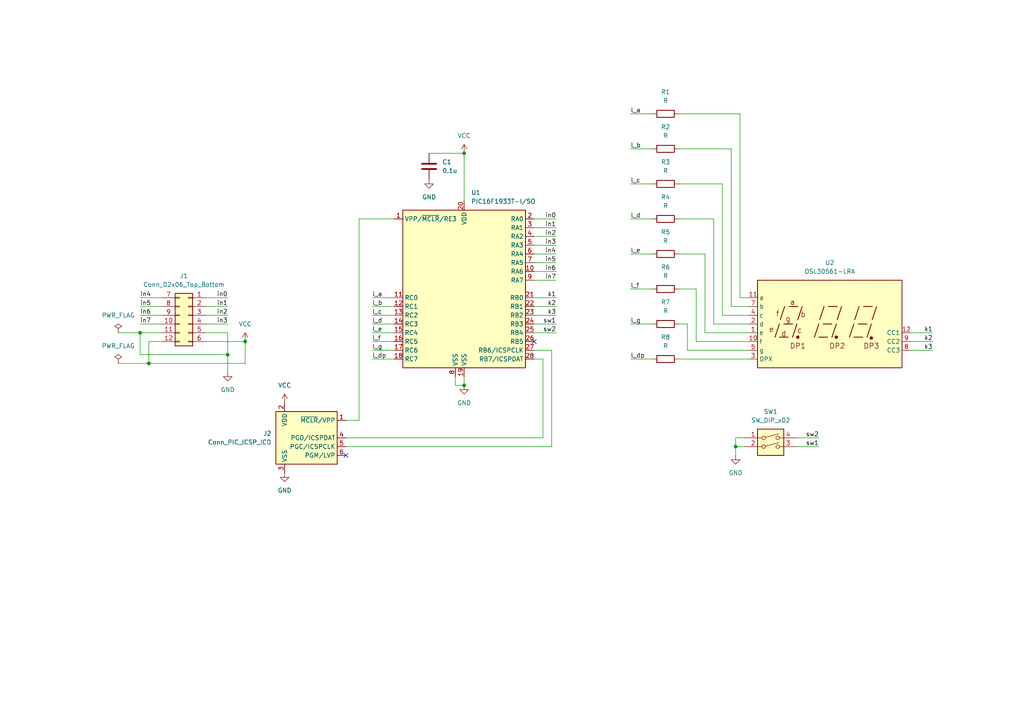
<source format=kicad_sch>
(kicad_sch (version 20211123) (generator eeschema)

  (uuid 09592937-8f22-47d9-aaa0-126b261ea083)

  (paper "A4")

  (title_block
    (title "3-Digit 7seg Board")
    (rev "v1.0")
  )

  (lib_symbols
    (symbol "Connector:Conn_PIC_ICSP_ICD" (in_bom yes) (on_board yes)
      (property "Reference" "J" (id 0) (at 6.35 8.89 0)
        (effects (font (size 1.27 1.27)))
      )
      (property "Value" "Conn_PIC_ICSP_ICD" (id 1) (at -8.89 -1.27 90)
        (effects (font (size 1.27 1.27)))
      )
      (property "Footprint" "" (id 2) (at 1.27 3.81 0)
        (effects (font (size 1.27 1.27)) hide)
      )
      (property "Datasheet" "http://ww1.microchip.com/downloads/en/devicedoc/30277d.pdf" (id 3) (at -7.62 -3.81 90)
        (effects (font (size 1.27 1.27)) hide)
      )
      (property "ki_keywords" "icsp icd pic microchip" (id 4) (at 0 0 0)
        (effects (font (size 1.27 1.27)) hide)
      )
      (property "ki_description" "Microchip PIC In-Circuit Serial Programming/Debugging (ICSP/ICD) connector" (id 5) (at 0 0 0)
        (effects (font (size 1.27 1.27)) hide)
      )
      (property "ki_fp_filters" "PinHeader*1x06*P2.54mm* PinSocket*1x06*P2.54mm*" (id 6) (at 0 0 0)
        (effects (font (size 1.27 1.27)) hide)
      )
      (symbol "Conn_PIC_ICSP_ICD_0_1"
        (rectangle (start -7.62 7.62) (end 10.16 -7.62)
          (stroke (width 0.254) (type default) (color 0 0 0 0))
          (fill (type background))
        )
      )
      (symbol "Conn_PIC_ICSP_ICD_1_1"
        (pin passive line (at 12.7 5.08 180) (length 2.54)
          (name "~{MCLR}/VPP" (effects (font (size 1.27 1.27))))
          (number "1" (effects (font (size 1.27 1.27))))
        )
        (pin passive line (at -5.08 10.16 270) (length 2.54)
          (name "VDD" (effects (font (size 1.27 1.27))))
          (number "2" (effects (font (size 1.27 1.27))))
        )
        (pin power_in line (at -5.08 -10.16 90) (length 2.54)
          (name "VSS" (effects (font (size 1.27 1.27))))
          (number "3" (effects (font (size 1.27 1.27))))
        )
        (pin bidirectional line (at 12.7 0 180) (length 2.54)
          (name "PGD/ICSPDAT" (effects (font (size 1.27 1.27))))
          (number "4" (effects (font (size 1.27 1.27))))
        )
        (pin output line (at 12.7 -2.54 180) (length 2.54)
          (name "PGC/ICSPCLK" (effects (font (size 1.27 1.27))))
          (number "5" (effects (font (size 1.27 1.27))))
        )
        (pin output line (at 12.7 -5.08 180) (length 2.54)
          (name "PGM/LVP" (effects (font (size 1.27 1.27))))
          (number "6" (effects (font (size 1.27 1.27))))
        )
      )
    )
    (symbol "Connector_Generic:Conn_02x06_Top_Bottom" (pin_names (offset 1.016) hide) (in_bom yes) (on_board yes)
      (property "Reference" "J" (id 0) (at 1.27 7.62 0)
        (effects (font (size 1.27 1.27)))
      )
      (property "Value" "Conn_02x06_Top_Bottom" (id 1) (at 1.27 -10.16 0)
        (effects (font (size 1.27 1.27)))
      )
      (property "Footprint" "" (id 2) (at 0 0 0)
        (effects (font (size 1.27 1.27)) hide)
      )
      (property "Datasheet" "~" (id 3) (at 0 0 0)
        (effects (font (size 1.27 1.27)) hide)
      )
      (property "ki_keywords" "connector" (id 4) (at 0 0 0)
        (effects (font (size 1.27 1.27)) hide)
      )
      (property "ki_description" "Generic connector, double row, 02x06, top/bottom pin numbering scheme (row 1: 1...pins_per_row, row2: pins_per_row+1 ... num_pins), script generated (kicad-library-utils/schlib/autogen/connector/)" (id 5) (at 0 0 0)
        (effects (font (size 1.27 1.27)) hide)
      )
      (property "ki_fp_filters" "Connector*:*_2x??_*" (id 6) (at 0 0 0)
        (effects (font (size 1.27 1.27)) hide)
      )
      (symbol "Conn_02x06_Top_Bottom_1_1"
        (rectangle (start -1.27 -7.493) (end 0 -7.747)
          (stroke (width 0.1524) (type default) (color 0 0 0 0))
          (fill (type none))
        )
        (rectangle (start -1.27 -4.953) (end 0 -5.207)
          (stroke (width 0.1524) (type default) (color 0 0 0 0))
          (fill (type none))
        )
        (rectangle (start -1.27 -2.413) (end 0 -2.667)
          (stroke (width 0.1524) (type default) (color 0 0 0 0))
          (fill (type none))
        )
        (rectangle (start -1.27 0.127) (end 0 -0.127)
          (stroke (width 0.1524) (type default) (color 0 0 0 0))
          (fill (type none))
        )
        (rectangle (start -1.27 2.667) (end 0 2.413)
          (stroke (width 0.1524) (type default) (color 0 0 0 0))
          (fill (type none))
        )
        (rectangle (start -1.27 5.207) (end 0 4.953)
          (stroke (width 0.1524) (type default) (color 0 0 0 0))
          (fill (type none))
        )
        (rectangle (start -1.27 6.35) (end 3.81 -8.89)
          (stroke (width 0.254) (type default) (color 0 0 0 0))
          (fill (type background))
        )
        (rectangle (start 3.81 -7.493) (end 2.54 -7.747)
          (stroke (width 0.1524) (type default) (color 0 0 0 0))
          (fill (type none))
        )
        (rectangle (start 3.81 -4.953) (end 2.54 -5.207)
          (stroke (width 0.1524) (type default) (color 0 0 0 0))
          (fill (type none))
        )
        (rectangle (start 3.81 -2.413) (end 2.54 -2.667)
          (stroke (width 0.1524) (type default) (color 0 0 0 0))
          (fill (type none))
        )
        (rectangle (start 3.81 0.127) (end 2.54 -0.127)
          (stroke (width 0.1524) (type default) (color 0 0 0 0))
          (fill (type none))
        )
        (rectangle (start 3.81 2.667) (end 2.54 2.413)
          (stroke (width 0.1524) (type default) (color 0 0 0 0))
          (fill (type none))
        )
        (rectangle (start 3.81 5.207) (end 2.54 4.953)
          (stroke (width 0.1524) (type default) (color 0 0 0 0))
          (fill (type none))
        )
        (pin passive line (at -5.08 5.08 0) (length 3.81)
          (name "Pin_1" (effects (font (size 1.27 1.27))))
          (number "1" (effects (font (size 1.27 1.27))))
        )
        (pin passive line (at 7.62 -2.54 180) (length 3.81)
          (name "Pin_10" (effects (font (size 1.27 1.27))))
          (number "10" (effects (font (size 1.27 1.27))))
        )
        (pin passive line (at 7.62 -5.08 180) (length 3.81)
          (name "Pin_11" (effects (font (size 1.27 1.27))))
          (number "11" (effects (font (size 1.27 1.27))))
        )
        (pin passive line (at 7.62 -7.62 180) (length 3.81)
          (name "Pin_12" (effects (font (size 1.27 1.27))))
          (number "12" (effects (font (size 1.27 1.27))))
        )
        (pin passive line (at -5.08 2.54 0) (length 3.81)
          (name "Pin_2" (effects (font (size 1.27 1.27))))
          (number "2" (effects (font (size 1.27 1.27))))
        )
        (pin passive line (at -5.08 0 0) (length 3.81)
          (name "Pin_3" (effects (font (size 1.27 1.27))))
          (number "3" (effects (font (size 1.27 1.27))))
        )
        (pin passive line (at -5.08 -2.54 0) (length 3.81)
          (name "Pin_4" (effects (font (size 1.27 1.27))))
          (number "4" (effects (font (size 1.27 1.27))))
        )
        (pin passive line (at -5.08 -5.08 0) (length 3.81)
          (name "Pin_5" (effects (font (size 1.27 1.27))))
          (number "5" (effects (font (size 1.27 1.27))))
        )
        (pin passive line (at -5.08 -7.62 0) (length 3.81)
          (name "Pin_6" (effects (font (size 1.27 1.27))))
          (number "6" (effects (font (size 1.27 1.27))))
        )
        (pin passive line (at 7.62 5.08 180) (length 3.81)
          (name "Pin_7" (effects (font (size 1.27 1.27))))
          (number "7" (effects (font (size 1.27 1.27))))
        )
        (pin passive line (at 7.62 2.54 180) (length 3.81)
          (name "Pin_8" (effects (font (size 1.27 1.27))))
          (number "8" (effects (font (size 1.27 1.27))))
        )
        (pin passive line (at 7.62 0 180) (length 3.81)
          (name "Pin_9" (effects (font (size 1.27 1.27))))
          (number "9" (effects (font (size 1.27 1.27))))
        )
      )
    )
    (symbol "Device:C" (pin_numbers hide) (pin_names (offset 0.254)) (in_bom yes) (on_board yes)
      (property "Reference" "C" (id 0) (at 0.635 2.54 0)
        (effects (font (size 1.27 1.27)) (justify left))
      )
      (property "Value" "C" (id 1) (at 0.635 -2.54 0)
        (effects (font (size 1.27 1.27)) (justify left))
      )
      (property "Footprint" "" (id 2) (at 0.9652 -3.81 0)
        (effects (font (size 1.27 1.27)) hide)
      )
      (property "Datasheet" "~" (id 3) (at 0 0 0)
        (effects (font (size 1.27 1.27)) hide)
      )
      (property "ki_keywords" "cap capacitor" (id 4) (at 0 0 0)
        (effects (font (size 1.27 1.27)) hide)
      )
      (property "ki_description" "Unpolarized capacitor" (id 5) (at 0 0 0)
        (effects (font (size 1.27 1.27)) hide)
      )
      (property "ki_fp_filters" "C_*" (id 6) (at 0 0 0)
        (effects (font (size 1.27 1.27)) hide)
      )
      (symbol "C_0_1"
        (polyline
          (pts
            (xy -2.032 -0.762)
            (xy 2.032 -0.762)
          )
          (stroke (width 0.508) (type default) (color 0 0 0 0))
          (fill (type none))
        )
        (polyline
          (pts
            (xy -2.032 0.762)
            (xy 2.032 0.762)
          )
          (stroke (width 0.508) (type default) (color 0 0 0 0))
          (fill (type none))
        )
      )
      (symbol "C_1_1"
        (pin passive line (at 0 3.81 270) (length 2.794)
          (name "~" (effects (font (size 1.27 1.27))))
          (number "1" (effects (font (size 1.27 1.27))))
        )
        (pin passive line (at 0 -3.81 90) (length 2.794)
          (name "~" (effects (font (size 1.27 1.27))))
          (number "2" (effects (font (size 1.27 1.27))))
        )
      )
    )
    (symbol "Device:R" (pin_numbers hide) (pin_names (offset 0)) (in_bom yes) (on_board yes)
      (property "Reference" "R" (id 0) (at 2.032 0 90)
        (effects (font (size 1.27 1.27)))
      )
      (property "Value" "R" (id 1) (at 0 0 90)
        (effects (font (size 1.27 1.27)))
      )
      (property "Footprint" "" (id 2) (at -1.778 0 90)
        (effects (font (size 1.27 1.27)) hide)
      )
      (property "Datasheet" "~" (id 3) (at 0 0 0)
        (effects (font (size 1.27 1.27)) hide)
      )
      (property "ki_keywords" "R res resistor" (id 4) (at 0 0 0)
        (effects (font (size 1.27 1.27)) hide)
      )
      (property "ki_description" "Resistor" (id 5) (at 0 0 0)
        (effects (font (size 1.27 1.27)) hide)
      )
      (property "ki_fp_filters" "R_*" (id 6) (at 0 0 0)
        (effects (font (size 1.27 1.27)) hide)
      )
      (symbol "R_0_1"
        (rectangle (start -1.016 -2.54) (end 1.016 2.54)
          (stroke (width 0.254) (type default) (color 0 0 0 0))
          (fill (type none))
        )
      )
      (symbol "R_1_1"
        (pin passive line (at 0 3.81 270) (length 1.27)
          (name "~" (effects (font (size 1.27 1.27))))
          (number "1" (effects (font (size 1.27 1.27))))
        )
        (pin passive line (at 0 -3.81 90) (length 1.27)
          (name "~" (effects (font (size 1.27 1.27))))
          (number "2" (effects (font (size 1.27 1.27))))
        )
      )
    )
    (symbol "Display_Character:CC56-12EWA" (in_bom yes) (on_board yes)
      (property "Reference" "U?" (id 0) (at 0 17.78 0)
        (effects (font (size 1.27 1.27)))
      )
      (property "Value" "CC56-12EWA" (id 1) (at 0 15.24 0)
        (effects (font (size 1.27 1.27)))
      )
      (property "Footprint" "Display_7Segment:CA56-12EWA" (id 2) (at 0 -15.24 0)
        (effects (font (size 1.27 1.27)) hide)
      )
      (property "Datasheet" "http://www.kingbrightusa.com/images/catalog/SPEC/CA56-12EWA.pdf" (id 3) (at -5.842 0.762 0)
        (effects (font (size 1.27 1.27)) hide)
      )
      (property "ki_keywords" "display LED 7-segment" (id 4) (at 0 0 0)
        (effects (font (size 1.27 1.27)) hide)
      )
      (property "ki_description" "4 digit 7 segment high efficiency red LED, common cathode" (id 5) (at 0 0 0)
        (effects (font (size 1.27 1.27)) hide)
      )
      (property "ki_fp_filters" "*CA56*12EWA*" (id 6) (at 0 0 0)
        (effects (font (size 1.27 1.27)) hide)
      )
      (symbol "CC56-12EWA_0_0"
        (rectangle (start -20.32 12.7) (end 21.59 -12.7)
          (stroke (width 0.254) (type default) (color 0 0 0 0))
          (fill (type background))
        )
        (polyline
          (pts
            (xy -15.24 -3.81)
            (xy -13.97 0)
          )
          (stroke (width 0.254) (type default) (color 0 0 0 0))
          (fill (type none))
        )
        (polyline
          (pts
            (xy -13.97 -3.81)
            (xy -11.43 -3.81)
          )
          (stroke (width 0.254) (type default) (color 0 0 0 0))
          (fill (type none))
        )
        (polyline
          (pts
            (xy -13.716 1.27)
            (xy -12.446 5.08)
          )
          (stroke (width 0.254) (type default) (color 0 0 0 0))
          (fill (type none))
        )
        (polyline
          (pts
            (xy -12.7 0)
            (xy -10.16 0)
          )
          (stroke (width 0.254) (type default) (color 0 0 0 0))
          (fill (type none))
        )
        (polyline
          (pts
            (xy -11.176 5.08)
            (xy -8.636 5.08)
          )
          (stroke (width 0.254) (type default) (color 0 0 0 0))
          (fill (type none))
        )
        (polyline
          (pts
            (xy -10.16 -3.81)
            (xy -8.89 0)
          )
          (stroke (width 0.254) (type default) (color 0 0 0 0))
          (fill (type none))
        )
        (polyline
          (pts
            (xy -8.636 1.27)
            (xy -7.366 5.08)
          )
          (stroke (width 0.254) (type default) (color 0 0 0 0))
          (fill (type none))
        )
        (polyline
          (pts
            (xy -3.81 -3.81)
            (xy -2.54 0)
          )
          (stroke (width 0.254) (type default) (color 0 0 0 0))
          (fill (type none))
        )
        (polyline
          (pts
            (xy -2.54 -3.81)
            (xy 0 -3.81)
          )
          (stroke (width 0.254) (type default) (color 0 0 0 0))
          (fill (type none))
        )
        (polyline
          (pts
            (xy -2.286 1.27)
            (xy -1.016 5.08)
          )
          (stroke (width 0.254) (type default) (color 0 0 0 0))
          (fill (type none))
        )
        (polyline
          (pts
            (xy -1.27 0)
            (xy 1.27 0)
          )
          (stroke (width 0.254) (type default) (color 0 0 0 0))
          (fill (type none))
        )
        (polyline
          (pts
            (xy 0.254 5.08)
            (xy 2.794 5.08)
          )
          (stroke (width 0.254) (type default) (color 0 0 0 0))
          (fill (type none))
        )
        (polyline
          (pts
            (xy 1.27 -3.81)
            (xy 2.54 0)
          )
          (stroke (width 0.254) (type default) (color 0 0 0 0))
          (fill (type none))
        )
        (polyline
          (pts
            (xy 2.794 1.27)
            (xy 4.064 5.08)
          )
          (stroke (width 0.254) (type default) (color 0 0 0 0))
          (fill (type none))
        )
        (polyline
          (pts
            (xy 6.35 -3.81)
            (xy 7.62 0)
          )
          (stroke (width 0.254) (type default) (color 0 0 0 0))
          (fill (type none))
        )
        (polyline
          (pts
            (xy 7.62 -3.81)
            (xy 10.16 -3.81)
          )
          (stroke (width 0.254) (type default) (color 0 0 0 0))
          (fill (type none))
        )
        (polyline
          (pts
            (xy 7.874 1.27)
            (xy 9.144 5.08)
          )
          (stroke (width 0.254) (type default) (color 0 0 0 0))
          (fill (type none))
        )
        (polyline
          (pts
            (xy 8.89 0)
            (xy 11.43 0)
          )
          (stroke (width 0.254) (type default) (color 0 0 0 0))
          (fill (type none))
        )
        (polyline
          (pts
            (xy 10.414 5.08)
            (xy 12.954 5.08)
          )
          (stroke (width 0.254) (type default) (color 0 0 0 0))
          (fill (type none))
        )
        (polyline
          (pts
            (xy 11.43 -3.81)
            (xy 12.7 0)
          )
          (stroke (width 0.254) (type default) (color 0 0 0 0))
          (fill (type none))
        )
        (polyline
          (pts
            (xy 12.954 1.27)
            (xy 14.224 5.08)
          )
          (stroke (width 0.254) (type default) (color 0 0 0 0))
          (fill (type none))
        )
        (text "a" (at -10.16 6.35 0)
          (effects (font (size 1.524 1.524)))
        )
        (text "b" (at -7.112 2.794 0)
          (effects (font (size 1.524 1.524)))
        )
        (text "c" (at -8.128 -1.778 0)
          (effects (font (size 1.524 1.524)))
        )
        (text "d" (at -12.7 -2.794 0)
          (effects (font (size 1.524 1.524)))
        )
        (text "DP1" (at -8.636 -6.35 0)
          (effects (font (size 1.524 1.524)))
        )
        (text "DP2" (at 2.794 -6.35 0)
          (effects (font (size 1.524 1.524)))
        )
        (text "DP3" (at 12.7 -6.35 0)
          (effects (font (size 1.524 1.524)))
        )
        (text "e" (at -16.256 -1.524 0)
          (effects (font (size 1.524 1.524)))
        )
        (text "f" (at -14.478 3.048 0)
          (effects (font (size 1.524 1.524)))
        )
        (text "g" (at -11.43 1.524 0)
          (effects (font (size 1.524 1.524)))
        )
      )
      (symbol "CC56-12EWA_0_1"
        (circle (center -8.636 -3.81) (radius 0.3556)
          (stroke (width 0.254) (type default) (color 0 0 0 0))
          (fill (type outline))
        )
        (circle (center 2.54 -3.81) (radius 0.3556)
          (stroke (width 0.254) (type default) (color 0 0 0 0))
          (fill (type outline))
        )
      )
      (symbol "CC56-12EWA_1_0"
        (circle (center 12.7 -4.064) (radius 0.3556)
          (stroke (width 0.254) (type default) (color 0 0 0 0))
          (fill (type outline))
        )
      )
      (symbol "CC56-12EWA_1_1"
        (pin input line (at -22.86 -2.54 0) (length 2.54)
          (name "e" (effects (font (size 1.27 1.27))))
          (number "1" (effects (font (size 1.27 1.27))))
        )
        (pin input line (at -22.86 -5.08 0) (length 2.54)
          (name "f" (effects (font (size 1.27 1.27))))
          (number "10" (effects (font (size 1.27 1.27))))
        )
        (pin input line (at -22.86 7.62 0) (length 2.54)
          (name "a" (effects (font (size 1.27 1.27))))
          (number "11" (effects (font (size 1.27 1.27))))
        )
        (pin input line (at 24.13 -2.54 180) (length 2.54)
          (name "CC1" (effects (font (size 1.27 1.27))))
          (number "12" (effects (font (size 1.27 1.27))))
        )
        (pin input line (at -22.86 0 0) (length 2.54)
          (name "d" (effects (font (size 1.27 1.27))))
          (number "2" (effects (font (size 1.27 1.27))))
        )
        (pin input line (at -22.86 -10.16 0) (length 2.54)
          (name "DPX" (effects (font (size 1.27 1.27))))
          (number "3" (effects (font (size 1.27 1.27))))
        )
        (pin input line (at -22.86 2.54 0) (length 2.54)
          (name "c" (effects (font (size 1.27 1.27))))
          (number "4" (effects (font (size 1.27 1.27))))
        )
        (pin input line (at -22.86 -7.62 0) (length 2.54)
          (name "g" (effects (font (size 1.27 1.27))))
          (number "5" (effects (font (size 1.27 1.27))))
        )
        (pin no_connect line (at 24.13 -10.16 180) (length 2.54) hide
          (name "" (effects (font (size 1.27 1.27))))
          (number "6" (effects (font (size 1.27 1.27))))
        )
        (pin input line (at -22.86 5.08 0) (length 2.54)
          (name "b" (effects (font (size 1.27 1.27))))
          (number "7" (effects (font (size 1.27 1.27))))
        )
        (pin input line (at 24.13 -7.62 180) (length 2.54)
          (name "CC3" (effects (font (size 1.27 1.27))))
          (number "8" (effects (font (size 1.27 1.27))))
        )
        (pin input line (at 24.13 -5.08 180) (length 2.54)
          (name "CC2" (effects (font (size 1.27 1.27))))
          (number "9" (effects (font (size 1.27 1.27))))
        )
      )
    )
    (symbol "MCU_Microchip_PIC16:PIC16F15356-xSO" (in_bom yes) (on_board yes)
      (property "Reference" "U?" (id 0) (at 17.78 -24.13 0)
        (effects (font (size 1.27 1.27)))
      )
      (property "Value" "PIC16F15356-xSO" (id 1) (at 0 0 0)
        (effects (font (size 1.27 1.27)))
      )
      (property "Footprint" "Package_SO:SOIC-28W_7.5x17.9mm_P1.27mm" (id 2) (at -21.59 12.7 0)
        (effects (font (size 1.27 1.27)) hide)
      )
      (property "Datasheet" "http://ww1.microchip.com/downloads/en/DeviceDoc/PIC16LF15356-75-76-85-86-Data%20Sheet-40001866B.pdf" (id 3) (at -21.59 12.7 0)
        (effects (font (size 1.27 1.27)) hide)
      )
      (property "ki_keywords" "FLASH-Based 8-Bit CMOS Microcontroller Low Power" (id 4) (at 0 0 0)
        (effects (font (size 1.27 1.27)) hide)
      )
      (property "ki_description" "16KW FLASH, 2048B SRAM, SOIC-28" (id 5) (at 0 0 0)
        (effects (font (size 1.27 1.27)) hide)
      )
      (property "ki_fp_filters" "SOIC*.5x17.9mm*" (id 6) (at 0 0 0)
        (effects (font (size 1.27 1.27)) hide)
      )
      (symbol "PIC16F15356-xSO_0_1"
        (rectangle (start 17.78 22.86) (end -17.78 -22.86)
          (stroke (width 0.254) (type default) (color 0 0 0 0))
          (fill (type background))
        )
      )
      (symbol "PIC16F15356-xSO_1_1"
        (pin bidirectional line (at -20.32 20.32 0) (length 2.54)
          (name "VPP/~{MCLR}/RE3" (effects (font (size 1.27 1.27))))
          (number "1" (effects (font (size 1.27 1.27))))
        )
        (pin bidirectional line (at 20.32 5.08 180) (length 2.54)
          (name "RA6" (effects (font (size 1.27 1.27))))
          (number "10" (effects (font (size 1.27 1.27))))
        )
        (pin bidirectional line (at -20.32 -2.54 0) (length 2.54)
          (name "RC0" (effects (font (size 1.27 1.27))))
          (number "11" (effects (font (size 1.27 1.27))))
        )
        (pin bidirectional line (at -20.32 -5.08 0) (length 2.54)
          (name "RC1" (effects (font (size 1.27 1.27))))
          (number "12" (effects (font (size 1.27 1.27))))
        )
        (pin bidirectional line (at -20.32 -7.62 0) (length 2.54)
          (name "RC2" (effects (font (size 1.27 1.27))))
          (number "13" (effects (font (size 1.27 1.27))))
        )
        (pin bidirectional line (at -20.32 -10.16 0) (length 2.54)
          (name "RC3" (effects (font (size 1.27 1.27))))
          (number "14" (effects (font (size 1.27 1.27))))
        )
        (pin bidirectional line (at -20.32 -12.7 0) (length 2.54)
          (name "RC4" (effects (font (size 1.27 1.27))))
          (number "15" (effects (font (size 1.27 1.27))))
        )
        (pin bidirectional line (at -20.32 -15.24 0) (length 2.54)
          (name "RC5" (effects (font (size 1.27 1.27))))
          (number "16" (effects (font (size 1.27 1.27))))
        )
        (pin bidirectional line (at -20.32 -17.78 0) (length 2.54)
          (name "RC6" (effects (font (size 1.27 1.27))))
          (number "17" (effects (font (size 1.27 1.27))))
        )
        (pin bidirectional line (at -20.32 -20.32 0) (length 2.54)
          (name "RC7" (effects (font (size 1.27 1.27))))
          (number "18" (effects (font (size 1.27 1.27))))
        )
        (pin power_in line (at 0 -25.4 90) (length 2.54)
          (name "VSS" (effects (font (size 1.27 1.27))))
          (number "19" (effects (font (size 1.27 1.27))))
        )
        (pin bidirectional line (at 20.32 20.32 180) (length 2.54)
          (name "RA0" (effects (font (size 1.27 1.27))))
          (number "2" (effects (font (size 1.27 1.27))))
        )
        (pin power_in line (at 0 25.4 270) (length 2.54)
          (name "VDD" (effects (font (size 1.27 1.27))))
          (number "20" (effects (font (size 1.27 1.27))))
        )
        (pin bidirectional line (at 20.32 -2.54 180) (length 2.54)
          (name "RB0" (effects (font (size 1.27 1.27))))
          (number "21" (effects (font (size 1.27 1.27))))
        )
        (pin bidirectional line (at 20.32 -5.08 180) (length 2.54)
          (name "RB1" (effects (font (size 1.27 1.27))))
          (number "22" (effects (font (size 1.27 1.27))))
        )
        (pin bidirectional line (at 20.32 -7.62 180) (length 2.54)
          (name "RB2" (effects (font (size 1.27 1.27))))
          (number "23" (effects (font (size 1.27 1.27))))
        )
        (pin bidirectional line (at 20.32 -10.16 180) (length 2.54)
          (name "RB3" (effects (font (size 1.27 1.27))))
          (number "24" (effects (font (size 1.27 1.27))))
        )
        (pin bidirectional line (at 20.32 -12.7 180) (length 2.54)
          (name "RB4" (effects (font (size 1.27 1.27))))
          (number "25" (effects (font (size 1.27 1.27))))
        )
        (pin bidirectional line (at 20.32 -15.24 180) (length 2.54)
          (name "RB5" (effects (font (size 1.27 1.27))))
          (number "26" (effects (font (size 1.27 1.27))))
        )
        (pin bidirectional line (at 20.32 -17.78 180) (length 2.54)
          (name "RB6/ICSPCLK" (effects (font (size 1.27 1.27))))
          (number "27" (effects (font (size 1.27 1.27))))
        )
        (pin bidirectional line (at 20.32 -20.32 180) (length 2.54)
          (name "RB7/ICSPDAT" (effects (font (size 1.27 1.27))))
          (number "28" (effects (font (size 1.27 1.27))))
        )
        (pin bidirectional line (at 20.32 17.78 180) (length 2.54)
          (name "RA1" (effects (font (size 1.27 1.27))))
          (number "3" (effects (font (size 1.27 1.27))))
        )
        (pin bidirectional line (at 20.32 15.24 180) (length 2.54)
          (name "RA2" (effects (font (size 1.27 1.27))))
          (number "4" (effects (font (size 1.27 1.27))))
        )
        (pin bidirectional line (at 20.32 12.7 180) (length 2.54)
          (name "RA3" (effects (font (size 1.27 1.27))))
          (number "5" (effects (font (size 1.27 1.27))))
        )
        (pin bidirectional line (at 20.32 10.16 180) (length 2.54)
          (name "RA4" (effects (font (size 1.27 1.27))))
          (number "6" (effects (font (size 1.27 1.27))))
        )
        (pin bidirectional line (at 20.32 7.62 180) (length 2.54)
          (name "RA5" (effects (font (size 1.27 1.27))))
          (number "7" (effects (font (size 1.27 1.27))))
        )
        (pin power_in line (at -2.54 -25.4 90) (length 2.54)
          (name "VSS" (effects (font (size 1.27 1.27))))
          (number "8" (effects (font (size 1.27 1.27))))
        )
        (pin bidirectional line (at 20.32 2.54 180) (length 2.54)
          (name "RA7" (effects (font (size 1.27 1.27))))
          (number "9" (effects (font (size 1.27 1.27))))
        )
      )
    )
    (symbol "Switch:SW_DIP_x02" (pin_names (offset 0) hide) (in_bom yes) (on_board yes)
      (property "Reference" "SW" (id 0) (at 0 6.35 0)
        (effects (font (size 1.27 1.27)))
      )
      (property "Value" "SW_DIP_x02" (id 1) (at 0 -3.81 0)
        (effects (font (size 1.27 1.27)))
      )
      (property "Footprint" "" (id 2) (at 0 0 0)
        (effects (font (size 1.27 1.27)) hide)
      )
      (property "Datasheet" "~" (id 3) (at 0 0 0)
        (effects (font (size 1.27 1.27)) hide)
      )
      (property "ki_keywords" "dip switch" (id 4) (at 0 0 0)
        (effects (font (size 1.27 1.27)) hide)
      )
      (property "ki_description" "2x DIP Switch, Single Pole Single Throw (SPST) switch, small symbol" (id 5) (at 0 0 0)
        (effects (font (size 1.27 1.27)) hide)
      )
      (property "ki_fp_filters" "SW?DIP?x2*" (id 6) (at 0 0 0)
        (effects (font (size 1.27 1.27)) hide)
      )
      (symbol "SW_DIP_x02_0_0"
        (circle (center -2.032 0) (radius 0.508)
          (stroke (width 0) (type default) (color 0 0 0 0))
          (fill (type none))
        )
        (circle (center -2.032 2.54) (radius 0.508)
          (stroke (width 0) (type default) (color 0 0 0 0))
          (fill (type none))
        )
        (polyline
          (pts
            (xy -1.524 0.127)
            (xy 2.3622 1.1684)
          )
          (stroke (width 0) (type default) (color 0 0 0 0))
          (fill (type none))
        )
        (polyline
          (pts
            (xy -1.524 2.667)
            (xy 2.3622 3.7084)
          )
          (stroke (width 0) (type default) (color 0 0 0 0))
          (fill (type none))
        )
        (circle (center 2.032 0) (radius 0.508)
          (stroke (width 0) (type default) (color 0 0 0 0))
          (fill (type none))
        )
        (circle (center 2.032 2.54) (radius 0.508)
          (stroke (width 0) (type default) (color 0 0 0 0))
          (fill (type none))
        )
      )
      (symbol "SW_DIP_x02_0_1"
        (rectangle (start -3.81 5.08) (end 3.81 -2.54)
          (stroke (width 0.254) (type default) (color 0 0 0 0))
          (fill (type background))
        )
      )
      (symbol "SW_DIP_x02_1_1"
        (pin passive line (at -7.62 2.54 0) (length 5.08)
          (name "~" (effects (font (size 1.27 1.27))))
          (number "1" (effects (font (size 1.27 1.27))))
        )
        (pin passive line (at -7.62 0 0) (length 5.08)
          (name "~" (effects (font (size 1.27 1.27))))
          (number "2" (effects (font (size 1.27 1.27))))
        )
        (pin passive line (at 7.62 0 180) (length 5.08)
          (name "~" (effects (font (size 1.27 1.27))))
          (number "3" (effects (font (size 1.27 1.27))))
        )
        (pin passive line (at 7.62 2.54 180) (length 5.08)
          (name "~" (effects (font (size 1.27 1.27))))
          (number "4" (effects (font (size 1.27 1.27))))
        )
      )
    )
    (symbol "power:GND" (power) (pin_names (offset 0)) (in_bom yes) (on_board yes)
      (property "Reference" "#PWR" (id 0) (at 0 -6.35 0)
        (effects (font (size 1.27 1.27)) hide)
      )
      (property "Value" "GND" (id 1) (at 0 -3.81 0)
        (effects (font (size 1.27 1.27)))
      )
      (property "Footprint" "" (id 2) (at 0 0 0)
        (effects (font (size 1.27 1.27)) hide)
      )
      (property "Datasheet" "" (id 3) (at 0 0 0)
        (effects (font (size 1.27 1.27)) hide)
      )
      (property "ki_keywords" "power-flag" (id 4) (at 0 0 0)
        (effects (font (size 1.27 1.27)) hide)
      )
      (property "ki_description" "Power symbol creates a global label with name \"GND\" , ground" (id 5) (at 0 0 0)
        (effects (font (size 1.27 1.27)) hide)
      )
      (symbol "GND_0_1"
        (polyline
          (pts
            (xy 0 0)
            (xy 0 -1.27)
            (xy 1.27 -1.27)
            (xy 0 -2.54)
            (xy -1.27 -1.27)
            (xy 0 -1.27)
          )
          (stroke (width 0) (type default) (color 0 0 0 0))
          (fill (type none))
        )
      )
      (symbol "GND_1_1"
        (pin power_in line (at 0 0 270) (length 0) hide
          (name "GND" (effects (font (size 1.27 1.27))))
          (number "1" (effects (font (size 1.27 1.27))))
        )
      )
    )
    (symbol "power:PWR_FLAG" (power) (pin_numbers hide) (pin_names (offset 0) hide) (in_bom yes) (on_board yes)
      (property "Reference" "#FLG" (id 0) (at 0 1.905 0)
        (effects (font (size 1.27 1.27)) hide)
      )
      (property "Value" "PWR_FLAG" (id 1) (at 0 3.81 0)
        (effects (font (size 1.27 1.27)))
      )
      (property "Footprint" "" (id 2) (at 0 0 0)
        (effects (font (size 1.27 1.27)) hide)
      )
      (property "Datasheet" "~" (id 3) (at 0 0 0)
        (effects (font (size 1.27 1.27)) hide)
      )
      (property "ki_keywords" "power-flag" (id 4) (at 0 0 0)
        (effects (font (size 1.27 1.27)) hide)
      )
      (property "ki_description" "Special symbol for telling ERC where power comes from" (id 5) (at 0 0 0)
        (effects (font (size 1.27 1.27)) hide)
      )
      (symbol "PWR_FLAG_0_0"
        (pin power_out line (at 0 0 90) (length 0)
          (name "pwr" (effects (font (size 1.27 1.27))))
          (number "1" (effects (font (size 1.27 1.27))))
        )
      )
      (symbol "PWR_FLAG_0_1"
        (polyline
          (pts
            (xy 0 0)
            (xy 0 1.27)
            (xy -1.016 1.905)
            (xy 0 2.54)
            (xy 1.016 1.905)
            (xy 0 1.27)
          )
          (stroke (width 0) (type default) (color 0 0 0 0))
          (fill (type none))
        )
      )
    )
    (symbol "power:VCC" (power) (pin_names (offset 0)) (in_bom yes) (on_board yes)
      (property "Reference" "#PWR" (id 0) (at 0 -3.81 0)
        (effects (font (size 1.27 1.27)) hide)
      )
      (property "Value" "VCC" (id 1) (at 0 3.81 0)
        (effects (font (size 1.27 1.27)))
      )
      (property "Footprint" "" (id 2) (at 0 0 0)
        (effects (font (size 1.27 1.27)) hide)
      )
      (property "Datasheet" "" (id 3) (at 0 0 0)
        (effects (font (size 1.27 1.27)) hide)
      )
      (property "ki_keywords" "power-flag" (id 4) (at 0 0 0)
        (effects (font (size 1.27 1.27)) hide)
      )
      (property "ki_description" "Power symbol creates a global label with name \"VCC\"" (id 5) (at 0 0 0)
        (effects (font (size 1.27 1.27)) hide)
      )
      (symbol "VCC_0_1"
        (polyline
          (pts
            (xy -0.762 1.27)
            (xy 0 2.54)
          )
          (stroke (width 0) (type default) (color 0 0 0 0))
          (fill (type none))
        )
        (polyline
          (pts
            (xy 0 0)
            (xy 0 2.54)
          )
          (stroke (width 0) (type default) (color 0 0 0 0))
          (fill (type none))
        )
        (polyline
          (pts
            (xy 0 2.54)
            (xy 0.762 1.27)
          )
          (stroke (width 0) (type default) (color 0 0 0 0))
          (fill (type none))
        )
      )
      (symbol "VCC_1_1"
        (pin power_in line (at 0 0 90) (length 0) hide
          (name "VCC" (effects (font (size 1.27 1.27))))
          (number "1" (effects (font (size 1.27 1.27))))
        )
      )
    )
  )

  (junction (at 43.18 105.41) (diameter 0) (color 0 0 0 0)
    (uuid 0a90d1c4-6384-416d-895a-4e7e219964b8)
  )
  (junction (at 66.04 102.87) (diameter 0) (color 0 0 0 0)
    (uuid 433966d7-9b36-40b2-98af-4cfaeb44ab6b)
  )
  (junction (at 40.64 96.52) (diameter 0) (color 0 0 0 0)
    (uuid 4715b984-73ee-4dbb-aa8d-dc9017cfa09b)
  )
  (junction (at 134.62 111.76) (diameter 0) (color 0 0 0 0)
    (uuid 5a0440e0-3b00-4700-9f05-6908e5368ced)
  )
  (junction (at 134.62 44.45) (diameter 0) (color 0 0 0 0)
    (uuid 6c713502-7c39-4133-a349-19f7ae4cc982)
  )
  (junction (at 71.12 99.06) (diameter 0) (color 0 0 0 0)
    (uuid 74ba42ee-2e36-4a1d-be04-073735f91bf5)
  )
  (junction (at 213.36 129.54) (diameter 0) (color 0 0 0 0)
    (uuid 80a445ce-347f-42f1-a600-9f7d624aa2bc)
  )

  (no_connect (at 154.94 99.06) (uuid 54068a86-7af4-4129-8332-dc39a8700b2a))
  (no_connect (at 100.33 132.08) (uuid ff81776c-3194-48b1-87e4-b771ceff5e95))

  (wire (pts (xy 154.94 78.74) (xy 161.29 78.74))
    (stroke (width 0) (type default) (color 0 0 0 0))
    (uuid 004d5d00-f82d-46eb-97bb-c04c6f1fc809)
  )
  (wire (pts (xy 204.47 96.52) (xy 204.47 73.66))
    (stroke (width 0) (type default) (color 0 0 0 0))
    (uuid 0b154feb-d479-4f7d-801b-54146338bc5e)
  )
  (wire (pts (xy 124.46 44.45) (xy 134.62 44.45))
    (stroke (width 0) (type default) (color 0 0 0 0))
    (uuid 0bdc8bcb-82e6-40e4-be48-f6e419e71212)
  )
  (wire (pts (xy 154.94 96.52) (xy 161.29 96.52))
    (stroke (width 0) (type default) (color 0 0 0 0))
    (uuid 1241de2f-ae9e-4cf9-b496-854b5bb3ebf6)
  )
  (wire (pts (xy 214.63 33.02) (xy 196.85 33.02))
    (stroke (width 0) (type default) (color 0 0 0 0))
    (uuid 1792cf66-86c4-4b1c-aa1f-4b6688a00842)
  )
  (wire (pts (xy 207.01 63.5) (xy 196.85 63.5))
    (stroke (width 0) (type default) (color 0 0 0 0))
    (uuid 17aa7ac3-c0b9-4f6b-a46a-d3705726a942)
  )
  (wire (pts (xy 217.17 96.52) (xy 204.47 96.52))
    (stroke (width 0) (type default) (color 0 0 0 0))
    (uuid 1c99b6ee-8a07-46aa-8e09-926b17bcdf5c)
  )
  (wire (pts (xy 59.69 88.9) (xy 66.04 88.9))
    (stroke (width 0) (type default) (color 0 0 0 0))
    (uuid 1e1f50cd-5f6f-4c08-9444-80e5aa6df500)
  )
  (wire (pts (xy 182.88 43.18) (xy 189.23 43.18))
    (stroke (width 0) (type default) (color 0 0 0 0))
    (uuid 1eb67da9-50c6-4114-bef7-9083ca8b9788)
  )
  (wire (pts (xy 59.69 86.36) (xy 66.04 86.36))
    (stroke (width 0) (type default) (color 0 0 0 0))
    (uuid 2093300d-4a0f-40a4-a5c3-c13b99139af8)
  )
  (wire (pts (xy 59.69 99.06) (xy 71.12 99.06))
    (stroke (width 0) (type default) (color 0 0 0 0))
    (uuid 225e5efa-404e-444b-a8de-080de858970b)
  )
  (wire (pts (xy 231.14 127) (xy 237.49 127))
    (stroke (width 0) (type default) (color 0 0 0 0))
    (uuid 2356e819-b7ac-4f08-b2c9-0ac6f902fe02)
  )
  (wire (pts (xy 196.85 104.14) (xy 217.17 104.14))
    (stroke (width 0) (type default) (color 0 0 0 0))
    (uuid 23ebf3b0-fe5f-47a4-9df4-3b8522220113)
  )
  (wire (pts (xy 196.85 83.82) (xy 201.93 83.82))
    (stroke (width 0) (type default) (color 0 0 0 0))
    (uuid 2785fc23-91b5-4267-bfe7-67f8ea713f42)
  )
  (wire (pts (xy 107.95 86.36) (xy 114.3 86.36))
    (stroke (width 0) (type default) (color 0 0 0 0))
    (uuid 2d1d6696-3034-4a2d-b557-de073978062b)
  )
  (wire (pts (xy 100.33 121.92) (xy 104.14 121.92))
    (stroke (width 0) (type default) (color 0 0 0 0))
    (uuid 2df1890b-a947-4dea-8300-8f73321c514d)
  )
  (wire (pts (xy 40.64 88.9) (xy 46.99 88.9))
    (stroke (width 0) (type default) (color 0 0 0 0))
    (uuid 2eab5fa6-5ed8-4bc4-bd41-51271be1b3cc)
  )
  (wire (pts (xy 154.94 73.66) (xy 161.29 73.66))
    (stroke (width 0) (type default) (color 0 0 0 0))
    (uuid 30ac0272-430e-4b1f-9916-7d12079f251a)
  )
  (wire (pts (xy 46.99 99.06) (xy 43.18 99.06))
    (stroke (width 0) (type default) (color 0 0 0 0))
    (uuid 325c2e8a-9205-4d73-bb62-930018f154f9)
  )
  (wire (pts (xy 107.95 101.6) (xy 114.3 101.6))
    (stroke (width 0) (type default) (color 0 0 0 0))
    (uuid 332b0b7b-d85d-44b2-a41a-73726a61d1f1)
  )
  (wire (pts (xy 160.02 101.6) (xy 154.94 101.6))
    (stroke (width 0) (type default) (color 0 0 0 0))
    (uuid 3b79388b-8e9e-4b17-994d-73db40a8048d)
  )
  (wire (pts (xy 154.94 91.44) (xy 161.29 91.44))
    (stroke (width 0) (type default) (color 0 0 0 0))
    (uuid 457a734d-1f5b-4e57-a66e-170c7de82fe1)
  )
  (wire (pts (xy 154.94 81.28) (xy 161.29 81.28))
    (stroke (width 0) (type default) (color 0 0 0 0))
    (uuid 461762fd-fc44-4a08-be5e-49a1b236dc66)
  )
  (wire (pts (xy 40.64 86.36) (xy 46.99 86.36))
    (stroke (width 0) (type default) (color 0 0 0 0))
    (uuid 48f27d56-5a75-49e6-8e5e-41366015f349)
  )
  (wire (pts (xy 66.04 102.87) (xy 66.04 107.95))
    (stroke (width 0) (type default) (color 0 0 0 0))
    (uuid 50581c48-6078-4aa4-9497-d1fb1c5e90bf)
  )
  (wire (pts (xy 107.95 96.52) (xy 114.3 96.52))
    (stroke (width 0) (type default) (color 0 0 0 0))
    (uuid 51febe42-13fd-44e4-921a-30c5a2f364e7)
  )
  (wire (pts (xy 134.62 44.45) (xy 134.62 58.42))
    (stroke (width 0) (type default) (color 0 0 0 0))
    (uuid 539f6879-904b-45fa-a1a1-b7678630457d)
  )
  (wire (pts (xy 100.33 129.54) (xy 160.02 129.54))
    (stroke (width 0) (type default) (color 0 0 0 0))
    (uuid 56f454bd-4143-4fc9-bb37-1c1ef779835f)
  )
  (wire (pts (xy 34.29 105.41) (xy 43.18 105.41))
    (stroke (width 0) (type default) (color 0 0 0 0))
    (uuid 5ae2bbc0-62ca-4965-89e7-93d0fbcd77c9)
  )
  (wire (pts (xy 182.88 33.02) (xy 189.23 33.02))
    (stroke (width 0) (type default) (color 0 0 0 0))
    (uuid 5b1fe19c-4e73-44b7-9916-88d42cc8e2d1)
  )
  (wire (pts (xy 212.09 88.9) (xy 212.09 43.18))
    (stroke (width 0) (type default) (color 0 0 0 0))
    (uuid 5e2e4874-a795-4147-8dc5-45d409e740d8)
  )
  (wire (pts (xy 46.99 96.52) (xy 40.64 96.52))
    (stroke (width 0) (type default) (color 0 0 0 0))
    (uuid 5ff9e208-c35c-4ed8-9534-17ab13a9bd76)
  )
  (wire (pts (xy 199.39 93.98) (xy 199.39 101.6))
    (stroke (width 0) (type default) (color 0 0 0 0))
    (uuid 669598d7-833b-4ab1-bd1b-99ce1694422c)
  )
  (wire (pts (xy 43.18 105.41) (xy 71.12 105.41))
    (stroke (width 0) (type default) (color 0 0 0 0))
    (uuid 687ab230-a9b9-4bfb-87cd-2b05cf39953c)
  )
  (wire (pts (xy 107.95 99.06) (xy 114.3 99.06))
    (stroke (width 0) (type default) (color 0 0 0 0))
    (uuid 6a6a5f53-e5cc-4bed-8f2a-b97275f42655)
  )
  (wire (pts (xy 209.55 53.34) (xy 209.55 91.44))
    (stroke (width 0) (type default) (color 0 0 0 0))
    (uuid 6c2e9229-1bc0-447f-bd31-12b46c76a442)
  )
  (wire (pts (xy 154.94 66.04) (xy 161.29 66.04))
    (stroke (width 0) (type default) (color 0 0 0 0))
    (uuid 6c2f383d-8df4-4afb-ae2f-74c587acdc61)
  )
  (wire (pts (xy 213.36 127) (xy 213.36 129.54))
    (stroke (width 0) (type default) (color 0 0 0 0))
    (uuid 6e228119-38e3-4765-b098-8061e2d6ff03)
  )
  (wire (pts (xy 154.94 86.36) (xy 161.29 86.36))
    (stroke (width 0) (type default) (color 0 0 0 0))
    (uuid 72d68da8-ce94-4e17-aa31-3d1976c2d9eb)
  )
  (wire (pts (xy 154.94 104.14) (xy 157.48 104.14))
    (stroke (width 0) (type default) (color 0 0 0 0))
    (uuid 792fc8eb-932f-48dc-a75e-de20f14f816f)
  )
  (wire (pts (xy 201.93 83.82) (xy 201.93 99.06))
    (stroke (width 0) (type default) (color 0 0 0 0))
    (uuid 7947050d-6db9-4add-8672-1691c3462e3e)
  )
  (wire (pts (xy 59.69 93.98) (xy 66.04 93.98))
    (stroke (width 0) (type default) (color 0 0 0 0))
    (uuid 7b3a2422-9399-43ae-a24a-a178d073bf54)
  )
  (wire (pts (xy 207.01 93.98) (xy 207.01 63.5))
    (stroke (width 0) (type default) (color 0 0 0 0))
    (uuid 7bb3062b-3478-421a-80db-3f8fc4077c20)
  )
  (wire (pts (xy 213.36 129.54) (xy 213.36 132.08))
    (stroke (width 0) (type default) (color 0 0 0 0))
    (uuid 7db8d8b5-d197-4d20-b6d0-cef70fb5d96b)
  )
  (wire (pts (xy 104.14 121.92) (xy 104.14 63.5))
    (stroke (width 0) (type default) (color 0 0 0 0))
    (uuid 814d8c3f-4eac-41b6-abfd-59bdd2e0bdf4)
  )
  (wire (pts (xy 217.17 88.9) (xy 212.09 88.9))
    (stroke (width 0) (type default) (color 0 0 0 0))
    (uuid 81fbfb54-9a5a-439d-8084-314be471b4be)
  )
  (wire (pts (xy 182.88 73.66) (xy 189.23 73.66))
    (stroke (width 0) (type default) (color 0 0 0 0))
    (uuid 839b80fe-b479-483a-bf90-de822e4e7d71)
  )
  (wire (pts (xy 134.62 109.22) (xy 134.62 111.76))
    (stroke (width 0) (type default) (color 0 0 0 0))
    (uuid 88050d1e-d428-4448-9f9f-9053a32a4da4)
  )
  (wire (pts (xy 107.95 91.44) (xy 114.3 91.44))
    (stroke (width 0) (type default) (color 0 0 0 0))
    (uuid 8a4b423b-c85c-43cf-85a0-dda8c45ae1f6)
  )
  (wire (pts (xy 264.16 101.6) (xy 270.51 101.6))
    (stroke (width 0) (type default) (color 0 0 0 0))
    (uuid 8c35b708-c351-427c-8962-eb0f6fdb2de1)
  )
  (wire (pts (xy 160.02 129.54) (xy 160.02 101.6))
    (stroke (width 0) (type default) (color 0 0 0 0))
    (uuid 8c4f0677-92a8-4160-aa9c-61b512b8f447)
  )
  (wire (pts (xy 182.88 104.14) (xy 189.23 104.14))
    (stroke (width 0) (type default) (color 0 0 0 0))
    (uuid 8d41ebd9-bec6-4d49-acf4-54a77cae017e)
  )
  (wire (pts (xy 182.88 93.98) (xy 189.23 93.98))
    (stroke (width 0) (type default) (color 0 0 0 0))
    (uuid 8d9cee1d-6c24-4834-994c-0deecb7c8015)
  )
  (wire (pts (xy 213.36 127) (xy 215.9 127))
    (stroke (width 0) (type default) (color 0 0 0 0))
    (uuid 9055b869-c965-44d5-b174-8bd6b06b8b83)
  )
  (wire (pts (xy 40.64 93.98) (xy 46.99 93.98))
    (stroke (width 0) (type default) (color 0 0 0 0))
    (uuid 906a3078-43ca-4c30-bd13-d907e0473a83)
  )
  (wire (pts (xy 264.16 96.52) (xy 270.51 96.52))
    (stroke (width 0) (type default) (color 0 0 0 0))
    (uuid 91d426d8-192a-464f-8274-3738c4e52a75)
  )
  (wire (pts (xy 196.85 53.34) (xy 209.55 53.34))
    (stroke (width 0) (type default) (color 0 0 0 0))
    (uuid 96151c8c-4f1b-442d-807f-05f9773637a0)
  )
  (wire (pts (xy 59.69 96.52) (xy 66.04 96.52))
    (stroke (width 0) (type default) (color 0 0 0 0))
    (uuid 97dea1d6-7371-4492-a7c4-873ec0748e97)
  )
  (wire (pts (xy 214.63 86.36) (xy 214.63 33.02))
    (stroke (width 0) (type default) (color 0 0 0 0))
    (uuid 9821b484-f6d5-4594-b59d-e056ce6f7e75)
  )
  (wire (pts (xy 43.18 99.06) (xy 43.18 105.41))
    (stroke (width 0) (type default) (color 0 0 0 0))
    (uuid 9e63c34d-41df-4dad-9a2d-e50910515cfa)
  )
  (wire (pts (xy 204.47 73.66) (xy 196.85 73.66))
    (stroke (width 0) (type default) (color 0 0 0 0))
    (uuid 9f7dd111-cc1f-46a1-a493-0c5d7bb76861)
  )
  (wire (pts (xy 182.88 63.5) (xy 189.23 63.5))
    (stroke (width 0) (type default) (color 0 0 0 0))
    (uuid ae2d9fdc-fdef-43dc-a295-f08535aa91a5)
  )
  (wire (pts (xy 201.93 99.06) (xy 217.17 99.06))
    (stroke (width 0) (type default) (color 0 0 0 0))
    (uuid b1a10183-0d6a-49e5-ae0e-5d4683a3fc57)
  )
  (wire (pts (xy 40.64 102.87) (xy 66.04 102.87))
    (stroke (width 0) (type default) (color 0 0 0 0))
    (uuid b302cd6a-cda6-42da-934e-071f4cd5bac9)
  )
  (wire (pts (xy 132.08 111.76) (xy 134.62 111.76))
    (stroke (width 0) (type default) (color 0 0 0 0))
    (uuid b47cc54b-bb2d-4c45-b68b-e9bcd1859110)
  )
  (wire (pts (xy 213.36 129.54) (xy 215.9 129.54))
    (stroke (width 0) (type default) (color 0 0 0 0))
    (uuid b72751cc-09ab-4815-8d82-d07ebce9da15)
  )
  (wire (pts (xy 59.69 91.44) (xy 66.04 91.44))
    (stroke (width 0) (type default) (color 0 0 0 0))
    (uuid b7a242d9-5cd0-4921-bcbc-320eff6eaec0)
  )
  (wire (pts (xy 154.94 93.98) (xy 161.29 93.98))
    (stroke (width 0) (type default) (color 0 0 0 0))
    (uuid b7a7646d-9e0c-40f0-9ca2-90e8a5650b71)
  )
  (wire (pts (xy 209.55 91.44) (xy 217.17 91.44))
    (stroke (width 0) (type default) (color 0 0 0 0))
    (uuid b7c6bafb-aadf-472c-921e-3a8cb7a59ac2)
  )
  (wire (pts (xy 157.48 104.14) (xy 157.48 127))
    (stroke (width 0) (type default) (color 0 0 0 0))
    (uuid b95b0e8e-5c14-4ff6-9870-891ff332b772)
  )
  (wire (pts (xy 196.85 93.98) (xy 199.39 93.98))
    (stroke (width 0) (type default) (color 0 0 0 0))
    (uuid bb237ac2-eb29-42a6-ad63-ccf14cdea8dc)
  )
  (wire (pts (xy 217.17 86.36) (xy 214.63 86.36))
    (stroke (width 0) (type default) (color 0 0 0 0))
    (uuid bb8490ac-54a5-42de-97f7-a815e11db6b4)
  )
  (wire (pts (xy 154.94 76.2) (xy 161.29 76.2))
    (stroke (width 0) (type default) (color 0 0 0 0))
    (uuid bf2e6a90-d643-4a85-8067-709fcfbc315b)
  )
  (wire (pts (xy 217.17 93.98) (xy 207.01 93.98))
    (stroke (width 0) (type default) (color 0 0 0 0))
    (uuid c076c06c-5b71-46e1-b106-39cfe651023f)
  )
  (wire (pts (xy 199.39 101.6) (xy 217.17 101.6))
    (stroke (width 0) (type default) (color 0 0 0 0))
    (uuid c3757c2e-579e-4492-bc3a-60363398c43f)
  )
  (wire (pts (xy 34.29 96.52) (xy 40.64 96.52))
    (stroke (width 0) (type default) (color 0 0 0 0))
    (uuid c6813e3f-87e7-45de-b047-89299094211e)
  )
  (wire (pts (xy 104.14 63.5) (xy 114.3 63.5))
    (stroke (width 0) (type default) (color 0 0 0 0))
    (uuid c8a157e5-90db-4a88-805e-e15ef36be3a2)
  )
  (wire (pts (xy 107.95 93.98) (xy 114.3 93.98))
    (stroke (width 0) (type default) (color 0 0 0 0))
    (uuid cb2cb44b-026d-4413-8079-4d3346be7ba1)
  )
  (wire (pts (xy 66.04 102.87) (xy 66.04 96.52))
    (stroke (width 0) (type default) (color 0 0 0 0))
    (uuid cce78912-1617-49bc-b11f-54acd00e2641)
  )
  (wire (pts (xy 107.95 104.14) (xy 114.3 104.14))
    (stroke (width 0) (type default) (color 0 0 0 0))
    (uuid cd7f2384-2e19-4221-a43e-afcdaccaf7e7)
  )
  (wire (pts (xy 264.16 99.06) (xy 270.51 99.06))
    (stroke (width 0) (type default) (color 0 0 0 0))
    (uuid d6d2ff33-5846-4938-ad76-86ce081e7a05)
  )
  (wire (pts (xy 182.88 53.34) (xy 189.23 53.34))
    (stroke (width 0) (type default) (color 0 0 0 0))
    (uuid d768d667-73e2-43dd-ab79-2d20f85adce3)
  )
  (wire (pts (xy 107.95 88.9) (xy 114.3 88.9))
    (stroke (width 0) (type default) (color 0 0 0 0))
    (uuid db99e3c4-45d3-4b8d-bc26-8e89b7ca7f33)
  )
  (wire (pts (xy 154.94 68.58) (xy 161.29 68.58))
    (stroke (width 0) (type default) (color 0 0 0 0))
    (uuid df39d11b-3f66-4f3d-a8b9-ab4e0d98bb1e)
  )
  (wire (pts (xy 212.09 43.18) (xy 196.85 43.18))
    (stroke (width 0) (type default) (color 0 0 0 0))
    (uuid e2c0102b-92a5-4396-9cf2-2128710ed1b7)
  )
  (wire (pts (xy 231.14 129.54) (xy 237.49 129.54))
    (stroke (width 0) (type default) (color 0 0 0 0))
    (uuid e553d2cd-2a18-4e53-989d-3ae0ea533dd4)
  )
  (wire (pts (xy 154.94 63.5) (xy 161.29 63.5))
    (stroke (width 0) (type default) (color 0 0 0 0))
    (uuid e6e32b58-5611-4443-9da2-ed81d36d2bc5)
  )
  (wire (pts (xy 182.88 83.82) (xy 189.23 83.82))
    (stroke (width 0) (type default) (color 0 0 0 0))
    (uuid e755b9c6-539c-4fd2-9f74-00526f8a86fd)
  )
  (wire (pts (xy 71.12 105.41) (xy 71.12 99.06))
    (stroke (width 0) (type default) (color 0 0 0 0))
    (uuid e9692432-3112-4487-a0e3-e64f25fe850b)
  )
  (wire (pts (xy 132.08 109.22) (xy 132.08 111.76))
    (stroke (width 0) (type default) (color 0 0 0 0))
    (uuid e9efa12e-245a-4082-be34-007fddbc8799)
  )
  (wire (pts (xy 154.94 71.12) (xy 161.29 71.12))
    (stroke (width 0) (type default) (color 0 0 0 0))
    (uuid f0a64785-a281-4896-94bf-779a77924f9c)
  )
  (wire (pts (xy 157.48 127) (xy 100.33 127))
    (stroke (width 0) (type default) (color 0 0 0 0))
    (uuid f216ed37-b9b3-470f-8cd8-49fc061fe8a3)
  )
  (wire (pts (xy 40.64 91.44) (xy 46.99 91.44))
    (stroke (width 0) (type default) (color 0 0 0 0))
    (uuid fcc6a13c-6b82-471e-bf38-7b9a8cae23a9)
  )
  (wire (pts (xy 154.94 88.9) (xy 161.29 88.9))
    (stroke (width 0) (type default) (color 0 0 0 0))
    (uuid fd8b0eb0-f7a1-4366-9ab8-c237cac08af4)
  )
  (wire (pts (xy 40.64 96.52) (xy 40.64 102.87))
    (stroke (width 0) (type default) (color 0 0 0 0))
    (uuid fede1d97-963c-4c1b-ac40-20c22eec2601)
  )

  (label "in3" (at 161.29 71.12 180)
    (effects (font (size 1.27 1.27)) (justify right bottom))
    (uuid 00aacd6f-3cfe-4cd6-8db1-77c649ff6486)
  )
  (label "in7" (at 161.29 81.28 180)
    (effects (font (size 1.27 1.27)) (justify right bottom))
    (uuid 09ecea0f-8511-42df-be45-c7a4e38367c6)
  )
  (label "k2" (at 161.29 88.9 180)
    (effects (font (size 1.27 1.27)) (justify right bottom))
    (uuid 1b6a0942-a4cd-4341-b757-6251284b6df7)
  )
  (label "k1" (at 161.29 86.36 180)
    (effects (font (size 1.27 1.27)) (justify right bottom))
    (uuid 1ecddc09-7e1e-4d68-b047-dda6f326c358)
  )
  (label "in6" (at 40.64 91.44 0)
    (effects (font (size 1.27 1.27)) (justify left bottom))
    (uuid 244c5224-39b3-4891-976a-47855e6649f9)
  )
  (label "l_g" (at 182.88 93.98 0)
    (effects (font (size 1.27 1.27)) (justify left bottom))
    (uuid 2cc872ef-ed07-4aa0-a027-025330e6da4d)
  )
  (label "in6" (at 161.29 78.74 180)
    (effects (font (size 1.27 1.27)) (justify right bottom))
    (uuid 36fecf24-4c91-43f6-bad2-489234ac0564)
  )
  (label "in4" (at 40.64 86.36 0)
    (effects (font (size 1.27 1.27)) (justify left bottom))
    (uuid 3bd6de28-36e0-453d-a61c-6909cad19495)
  )
  (label "l_d" (at 182.88 63.5 0)
    (effects (font (size 1.27 1.27)) (justify left bottom))
    (uuid 405451a3-b7c7-4d6e-bbd2-f7a0c2e9fe45)
  )
  (label "sw2" (at 237.49 127 180)
    (effects (font (size 1.27 1.27)) (justify right bottom))
    (uuid 425e40fc-ab90-4e79-ae22-54be09f919e9)
  )
  (label "l_dp" (at 107.95 104.14 0)
    (effects (font (size 1.27 1.27)) (justify left bottom))
    (uuid 4bc0b446-3c75-47e5-b3fc-10f33b8647c8)
  )
  (label "in3" (at 66.04 93.98 180)
    (effects (font (size 1.27 1.27)) (justify right bottom))
    (uuid 566f869e-465e-43d2-8b79-6469296d5728)
  )
  (label "in1" (at 66.04 88.9 180)
    (effects (font (size 1.27 1.27)) (justify right bottom))
    (uuid 5b3b9101-3088-4eed-b2c5-112e83a05741)
  )
  (label "k3" (at 270.51 101.6 180)
    (effects (font (size 1.27 1.27)) (justify right bottom))
    (uuid 60a61231-6efd-4e61-9ebb-662a7d09cc8f)
  )
  (label "in4" (at 161.29 73.66 180)
    (effects (font (size 1.27 1.27)) (justify right bottom))
    (uuid 626ff103-e33e-49ef-8705-59c77bf0ae74)
  )
  (label "in5" (at 161.29 76.2 180)
    (effects (font (size 1.27 1.27)) (justify right bottom))
    (uuid 6a5d5090-87cd-4086-88de-552524b9e8e0)
  )
  (label "k3" (at 161.29 91.44 180)
    (effects (font (size 1.27 1.27)) (justify right bottom))
    (uuid 70c0de17-ee1a-45e6-a7cf-91cf99389c09)
  )
  (label "l_dp" (at 182.88 104.14 0)
    (effects (font (size 1.27 1.27)) (justify left bottom))
    (uuid 72b5aa5e-fb19-4dee-ae33-914711bd2a51)
  )
  (label "in7" (at 40.64 93.98 0)
    (effects (font (size 1.27 1.27)) (justify left bottom))
    (uuid 73c418fb-2957-4c1f-ac46-353190b327b8)
  )
  (label "l_c" (at 182.88 53.34 0)
    (effects (font (size 1.27 1.27)) (justify left bottom))
    (uuid 7595c87b-f668-4652-bf47-59f833b792e1)
  )
  (label "k1" (at 270.51 96.52 180)
    (effects (font (size 1.27 1.27)) (justify right bottom))
    (uuid 76d5d3f2-b411-4ce8-9eee-5badec56687b)
  )
  (label "l_g" (at 107.95 101.6 0)
    (effects (font (size 1.27 1.27)) (justify left bottom))
    (uuid 7806eac7-3756-4113-ac6d-e43efc4b6180)
  )
  (label "in5" (at 40.64 88.9 0)
    (effects (font (size 1.27 1.27)) (justify left bottom))
    (uuid 78228e0c-09e7-400d-8b3d-19bd4354daa3)
  )
  (label "l_e" (at 107.95 96.52 0)
    (effects (font (size 1.27 1.27)) (justify left bottom))
    (uuid 7a638449-f366-4fb5-9031-3b1d9ad5a0a6)
  )
  (label "l_a" (at 107.95 86.36 0)
    (effects (font (size 1.27 1.27)) (justify left bottom))
    (uuid 9032d355-e700-4bc4-bccd-99bdf99cd578)
  )
  (label "l_d" (at 107.95 93.98 0)
    (effects (font (size 1.27 1.27)) (justify left bottom))
    (uuid 93d95c04-65dd-4d00-be26-07683bbc0668)
  )
  (label "sw2" (at 161.29 96.52 180)
    (effects (font (size 1.27 1.27)) (justify right bottom))
    (uuid 9a08a9d8-5608-40b9-bd62-c3d0f12e32b7)
  )
  (label "in2" (at 66.04 91.44 180)
    (effects (font (size 1.27 1.27)) (justify right bottom))
    (uuid 9b92d909-bb96-4776-abad-5113ac1da8c9)
  )
  (label "l_e" (at 182.88 73.66 0)
    (effects (font (size 1.27 1.27)) (justify left bottom))
    (uuid 9cfcd00c-b5e5-42a2-a05e-f064f78cd125)
  )
  (label "in2" (at 161.29 68.58 180)
    (effects (font (size 1.27 1.27)) (justify right bottom))
    (uuid 9fc4a50b-cd73-417a-8287-fb85f8bf1c69)
  )
  (label "l_c" (at 107.95 91.44 0)
    (effects (font (size 1.27 1.27)) (justify left bottom))
    (uuid 9ff0f39e-7bf7-4da6-be4c-5477a866ebda)
  )
  (label "in0" (at 66.04 86.36 180)
    (effects (font (size 1.27 1.27)) (justify right bottom))
    (uuid abd0119e-a73e-493c-873c-97c76e30d015)
  )
  (label "k2" (at 270.51 99.06 180)
    (effects (font (size 1.27 1.27)) (justify right bottom))
    (uuid c112cce2-fac8-484b-bb18-a735cb4121ab)
  )
  (label "sw1" (at 161.29 93.98 180)
    (effects (font (size 1.27 1.27)) (justify right bottom))
    (uuid c5674969-13d8-40d2-99ca-df9adcd5445d)
  )
  (label "l_b" (at 107.95 88.9 0)
    (effects (font (size 1.27 1.27)) (justify left bottom))
    (uuid cac99a05-3055-4f87-84e0-fa7c8625162c)
  )
  (label "in0" (at 161.29 63.5 180)
    (effects (font (size 1.27 1.27)) (justify right bottom))
    (uuid cecbdd92-f359-42b7-8390-e98b202ca529)
  )
  (label "in1" (at 161.29 66.04 180)
    (effects (font (size 1.27 1.27)) (justify right bottom))
    (uuid d6201297-d47a-491d-9d8e-9615a519c818)
  )
  (label "l_f" (at 107.95 99.06 0)
    (effects (font (size 1.27 1.27)) (justify left bottom))
    (uuid d658c255-6423-4fdb-90e6-b2b7a68a19d1)
  )
  (label "l_a" (at 182.88 33.02 0)
    (effects (font (size 1.27 1.27)) (justify left bottom))
    (uuid e0636a1e-f7b6-482f-a1ac-165e3c32fb0a)
  )
  (label "l_b" (at 182.88 43.18 0)
    (effects (font (size 1.27 1.27)) (justify left bottom))
    (uuid eaca8372-453e-4db1-acb6-9fdec31c6e7f)
  )
  (label "l_f" (at 182.88 83.82 0)
    (effects (font (size 1.27 1.27)) (justify left bottom))
    (uuid f1eac5af-8c5f-4afc-9eed-dfbefbd3ba2d)
  )
  (label "sw1" (at 237.49 129.54 180)
    (effects (font (size 1.27 1.27)) (justify right bottom))
    (uuid f6d38ba5-9647-4da6-9ee1-3e030e883739)
  )

  (symbol (lib_id "Device:C") (at 124.46 48.26 0) (unit 1)
    (in_bom yes) (on_board yes) (fields_autoplaced)
    (uuid 10d80691-5c1e-4807-a11e-d8fa5ee6f7fa)
    (property "Reference" "C1" (id 0) (at 128.27 46.9899 0)
      (effects (font (size 1.27 1.27)) (justify left))
    )
    (property "Value" "0.1u" (id 1) (at 128.27 49.5299 0)
      (effects (font (size 1.27 1.27)) (justify left))
    )
    (property "Footprint" "Capacitor_SMD:C_0805_2012Metric_Pad1.18x1.45mm_HandSolder" (id 2) (at 125.4252 52.07 0)
      (effects (font (size 1.27 1.27)) hide)
    )
    (property "Datasheet" "~" (id 3) (at 124.46 48.26 0)
      (effects (font (size 1.27 1.27)) hide)
    )
    (pin "1" (uuid ea86c087-4a2b-4091-b9c5-0e231212327e))
    (pin "2" (uuid cce08661-3729-40dc-8476-9292b06b3844))
  )

  (symbol (lib_id "power:GND") (at 82.55 137.16 0) (unit 1)
    (in_bom yes) (on_board yes) (fields_autoplaced)
    (uuid 1ef5e2d5-6544-4804-9b57-f34495b63148)
    (property "Reference" "#PWR0102" (id 0) (at 82.55 143.51 0)
      (effects (font (size 1.27 1.27)) hide)
    )
    (property "Value" "GND" (id 1) (at 82.55 142.24 0))
    (property "Footprint" "" (id 2) (at 82.55 137.16 0)
      (effects (font (size 1.27 1.27)) hide)
    )
    (property "Datasheet" "" (id 3) (at 82.55 137.16 0)
      (effects (font (size 1.27 1.27)) hide)
    )
    (pin "1" (uuid 8fec3660-681a-4b42-a567-b820fc5c6e63))
  )

  (symbol (lib_id "MCU_Microchip_PIC16:PIC16F15356-xSO") (at 134.62 83.82 0) (unit 1)
    (in_bom yes) (on_board yes) (fields_autoplaced)
    (uuid 239b9aa0-ec50-4f78-845c-51a39132b608)
    (property "Reference" "U1" (id 0) (at 136.6394 55.88 0)
      (effects (font (size 1.27 1.27)) (justify left))
    )
    (property "Value" "PIC16F1933T-I/SO" (id 1) (at 136.6394 58.42 0)
      (effects (font (size 1.27 1.27)) (justify left))
    )
    (property "Footprint" "Package_SO:SOIC-28W_7.5x17.9mm_P1.27mm" (id 2) (at 113.03 71.12 0)
      (effects (font (size 1.27 1.27)) hide)
    )
    (property "Datasheet" "http://ww1.microchip.com/downloads/en/DeviceDoc/PIC16LF15356-75-76-85-86-Data%20Sheet-40001866B.pdf" (id 3) (at 113.03 71.12 0)
      (effects (font (size 1.27 1.27)) hide)
    )
    (pin "1" (uuid a3f28d6c-60a5-457d-86f1-d4ee0349e169))
    (pin "10" (uuid af30d4fb-6a47-4103-a60e-14acfd896d82))
    (pin "11" (uuid 4884ecee-42d7-498e-8fe9-cd607f0b151c))
    (pin "12" (uuid 925a4f63-9a39-4056-b3db-5f83d4abc392))
    (pin "13" (uuid d12ddd1c-82e5-4dd6-988d-a10f20ee1389))
    (pin "14" (uuid f081fa3e-84e3-4948-98bb-fd7acb8f7688))
    (pin "15" (uuid cac0261c-8e35-41e7-8933-ed2e0afa2f16))
    (pin "16" (uuid 106f36fa-2553-4424-a4c3-4ed1223aff6b))
    (pin "17" (uuid 3643d75d-f3ca-41eb-a679-c654390e531a))
    (pin "18" (uuid 65baaa5c-d1e7-4340-9a96-006076e72b00))
    (pin "19" (uuid 206fd8f7-9614-4cea-a536-a439a656de81))
    (pin "2" (uuid 7d4f0209-6014-4ff4-83c6-30a4f42c24ce))
    (pin "20" (uuid 8626fcde-1771-4a0b-90ca-6359d8eb5475))
    (pin "21" (uuid 5b4b3709-b175-418f-909a-0d93618d418c))
    (pin "22" (uuid 77204518-5432-4fee-a0b1-de457aab7ec5))
    (pin "23" (uuid fff3e86e-faa7-4072-9a11-a217427ecf8a))
    (pin "24" (uuid 656c6198-a2f1-406c-9fbd-73a1aec7365f))
    (pin "25" (uuid 4bea9de3-f250-45f2-b577-dceffe86b6de))
    (pin "26" (uuid 9919c1dd-5172-45f5-87b3-9a91a1f556e5))
    (pin "27" (uuid e82144e8-94a8-4959-8ee8-3abf4719c763))
    (pin "28" (uuid f7abe4d4-15d0-4b0b-896e-639367dc2ee6))
    (pin "3" (uuid 312f7713-2dc4-4180-9b57-a2d6b85e7791))
    (pin "4" (uuid 091e59b2-1679-452a-b503-4f3e0f8b59db))
    (pin "5" (uuid 44d6abab-18d1-4ceb-8931-dc9998176ae9))
    (pin "6" (uuid adbf0075-a4a1-45ca-806c-fa83c2d415ee))
    (pin "7" (uuid 2db5c768-4766-46f4-950e-b3954e121baf))
    (pin "8" (uuid 3c462eda-406a-43a1-91fe-22596cf27a4e))
    (pin "9" (uuid 4323d599-db0d-48e9-9b60-ad31e986d776))
  )

  (symbol (lib_id "power:VCC") (at 134.62 44.45 0) (unit 1)
    (in_bom yes) (on_board yes) (fields_autoplaced)
    (uuid 31cad4a7-728f-4368-9988-5dfbf9273888)
    (property "Reference" "#PWR0106" (id 0) (at 134.62 48.26 0)
      (effects (font (size 1.27 1.27)) hide)
    )
    (property "Value" "VCC" (id 1) (at 134.62 39.37 0))
    (property "Footprint" "" (id 2) (at 134.62 44.45 0)
      (effects (font (size 1.27 1.27)) hide)
    )
    (property "Datasheet" "" (id 3) (at 134.62 44.45 0)
      (effects (font (size 1.27 1.27)) hide)
    )
    (pin "1" (uuid 6b8a9329-185c-4bd0-b124-91b39f641fe4))
  )

  (symbol (lib_id "Device:R") (at 193.04 63.5 90) (unit 1)
    (in_bom yes) (on_board yes) (fields_autoplaced)
    (uuid 3c55df7e-b924-4ec0-9e70-e05160af0dd5)
    (property "Reference" "R4" (id 0) (at 193.04 57.15 90))
    (property "Value" "R" (id 1) (at 193.04 59.69 90))
    (property "Footprint" "Resistor_SMD:R_0805_2012Metric_Pad1.20x1.40mm_HandSolder" (id 2) (at 193.04 65.278 90)
      (effects (font (size 1.27 1.27)) hide)
    )
    (property "Datasheet" "~" (id 3) (at 193.04 63.5 0)
      (effects (font (size 1.27 1.27)) hide)
    )
    (pin "1" (uuid d4b4406e-148a-4d8e-b8a1-409f1771c36a))
    (pin "2" (uuid d48408d7-3130-4424-938e-e2f5aabd4871))
  )

  (symbol (lib_id "power:PWR_FLAG") (at 34.29 96.52 0) (unit 1)
    (in_bom yes) (on_board yes) (fields_autoplaced)
    (uuid 4d6fbdfc-d318-451c-b26b-101af37cc8ea)
    (property "Reference" "#FLG0102" (id 0) (at 34.29 94.615 0)
      (effects (font (size 1.27 1.27)) hide)
    )
    (property "Value" "PWR_FLAG" (id 1) (at 34.29 91.44 0))
    (property "Footprint" "" (id 2) (at 34.29 96.52 0)
      (effects (font (size 1.27 1.27)) hide)
    )
    (property "Datasheet" "~" (id 3) (at 34.29 96.52 0)
      (effects (font (size 1.27 1.27)) hide)
    )
    (pin "1" (uuid fb317ed9-2ddd-4417-a38c-4897885e5735))
  )

  (symbol (lib_id "Device:R") (at 193.04 43.18 90) (unit 1)
    (in_bom yes) (on_board yes) (fields_autoplaced)
    (uuid 58bbea50-236e-4f3f-8029-d91da3c49e38)
    (property "Reference" "R2" (id 0) (at 193.04 36.83 90))
    (property "Value" "R" (id 1) (at 193.04 39.37 90))
    (property "Footprint" "Resistor_SMD:R_0805_2012Metric_Pad1.20x1.40mm_HandSolder" (id 2) (at 193.04 44.958 90)
      (effects (font (size 1.27 1.27)) hide)
    )
    (property "Datasheet" "~" (id 3) (at 193.04 43.18 0)
      (effects (font (size 1.27 1.27)) hide)
    )
    (pin "1" (uuid e9eae46b-221e-4ec3-8051-b07071b076e8))
    (pin "2" (uuid 189a465c-4604-4e60-b381-0408c3bdda98))
  )

  (symbol (lib_id "Device:R") (at 193.04 33.02 90) (unit 1)
    (in_bom yes) (on_board yes) (fields_autoplaced)
    (uuid 5a3529d8-9c5d-43e6-a178-5cba6ef3c8e8)
    (property "Reference" "R1" (id 0) (at 193.04 26.67 90))
    (property "Value" "R" (id 1) (at 193.04 29.21 90))
    (property "Footprint" "Resistor_SMD:R_0805_2012Metric_Pad1.20x1.40mm_HandSolder" (id 2) (at 193.04 34.798 90)
      (effects (font (size 1.27 1.27)) hide)
    )
    (property "Datasheet" "~" (id 3) (at 193.04 33.02 0)
      (effects (font (size 1.27 1.27)) hide)
    )
    (pin "1" (uuid af47f014-d695-4c91-941c-cf10653259d6))
    (pin "2" (uuid 0f83cc6c-0e8b-4c23-bdfc-a5654ced467a))
  )

  (symbol (lib_id "Device:R") (at 193.04 93.98 90) (unit 1)
    (in_bom yes) (on_board yes) (fields_autoplaced)
    (uuid 5fcbc013-0b4a-487a-bbec-cc4c01132478)
    (property "Reference" "R7" (id 0) (at 193.04 87.63 90))
    (property "Value" "R" (id 1) (at 193.04 90.17 90))
    (property "Footprint" "Resistor_SMD:R_0805_2012Metric_Pad1.20x1.40mm_HandSolder" (id 2) (at 193.04 95.758 90)
      (effects (font (size 1.27 1.27)) hide)
    )
    (property "Datasheet" "~" (id 3) (at 193.04 93.98 0)
      (effects (font (size 1.27 1.27)) hide)
    )
    (pin "1" (uuid 91ce2d3c-f28d-4b11-9fe3-9a24ce8ef904))
    (pin "2" (uuid 8843679f-4d7e-4621-8358-68cbeac7a444))
  )

  (symbol (lib_id "power:GND") (at 213.36 132.08 0) (unit 1)
    (in_bom yes) (on_board yes) (fields_autoplaced)
    (uuid 66ae45d4-d5be-4bb0-a430-34a8c219d8ee)
    (property "Reference" "#PWR0108" (id 0) (at 213.36 138.43 0)
      (effects (font (size 1.27 1.27)) hide)
    )
    (property "Value" "GND" (id 1) (at 213.36 137.16 0))
    (property "Footprint" "" (id 2) (at 213.36 132.08 0)
      (effects (font (size 1.27 1.27)) hide)
    )
    (property "Datasheet" "" (id 3) (at 213.36 132.08 0)
      (effects (font (size 1.27 1.27)) hide)
    )
    (pin "1" (uuid abd52379-1a65-4e0a-91e1-7026ce53f02d))
  )

  (symbol (lib_id "power:GND") (at 134.62 111.76 0) (unit 1)
    (in_bom yes) (on_board yes) (fields_autoplaced)
    (uuid 7b80c12b-0f7d-49a8-857a-3447df12acbe)
    (property "Reference" "#PWR0107" (id 0) (at 134.62 118.11 0)
      (effects (font (size 1.27 1.27)) hide)
    )
    (property "Value" "GND" (id 1) (at 134.62 116.84 0))
    (property "Footprint" "" (id 2) (at 134.62 111.76 0)
      (effects (font (size 1.27 1.27)) hide)
    )
    (property "Datasheet" "" (id 3) (at 134.62 111.76 0)
      (effects (font (size 1.27 1.27)) hide)
    )
    (pin "1" (uuid 52f14daf-2c77-4fc2-8d0b-22c41a241c04))
  )

  (symbol (lib_id "Device:R") (at 193.04 104.14 90) (unit 1)
    (in_bom yes) (on_board yes) (fields_autoplaced)
    (uuid 872cd9ea-063b-4d8e-aa3b-f8c6273c5ec8)
    (property "Reference" "R8" (id 0) (at 193.04 97.79 90))
    (property "Value" "R" (id 1) (at 193.04 100.33 90))
    (property "Footprint" "Resistor_SMD:R_0805_2012Metric_Pad1.20x1.40mm_HandSolder" (id 2) (at 193.04 105.918 90)
      (effects (font (size 1.27 1.27)) hide)
    )
    (property "Datasheet" "~" (id 3) (at 193.04 104.14 0)
      (effects (font (size 1.27 1.27)) hide)
    )
    (pin "1" (uuid 6b67c7e0-0512-483e-84c4-d3be6e2b9557))
    (pin "2" (uuid 1ab3020c-7b52-44e1-9025-dd006e65598f))
  )

  (symbol (lib_id "Device:R") (at 193.04 73.66 90) (unit 1)
    (in_bom yes) (on_board yes) (fields_autoplaced)
    (uuid 897ebac6-d664-4746-b634-be10196423bb)
    (property "Reference" "R5" (id 0) (at 193.04 67.31 90))
    (property "Value" "R" (id 1) (at 193.04 69.85 90))
    (property "Footprint" "Resistor_SMD:R_0805_2012Metric_Pad1.20x1.40mm_HandSolder" (id 2) (at 193.04 75.438 90)
      (effects (font (size 1.27 1.27)) hide)
    )
    (property "Datasheet" "~" (id 3) (at 193.04 73.66 0)
      (effects (font (size 1.27 1.27)) hide)
    )
    (pin "1" (uuid 03efa525-ebef-4f7e-97b2-84c1ddd00cb5))
    (pin "2" (uuid 67e2d322-9293-42f6-813e-573e3bdbd867))
  )

  (symbol (lib_id "power:VCC") (at 82.55 116.84 0) (unit 1)
    (in_bom yes) (on_board yes) (fields_autoplaced)
    (uuid 8e6cac59-8d50-45af-9f80-33613d5d1225)
    (property "Reference" "#PWR0101" (id 0) (at 82.55 120.65 0)
      (effects (font (size 1.27 1.27)) hide)
    )
    (property "Value" "VCC" (id 1) (at 82.55 111.76 0))
    (property "Footprint" "" (id 2) (at 82.55 116.84 0)
      (effects (font (size 1.27 1.27)) hide)
    )
    (property "Datasheet" "" (id 3) (at 82.55 116.84 0)
      (effects (font (size 1.27 1.27)) hide)
    )
    (pin "1" (uuid 83ab9ed3-2fd3-41f3-8528-7db2f900ed57))
  )

  (symbol (lib_id "Connector:Conn_PIC_ICSP_ICD") (at 87.63 127 0) (unit 1)
    (in_bom yes) (on_board yes) (fields_autoplaced)
    (uuid 941aff0a-cc90-4fb2-8882-5a23e71982c0)
    (property "Reference" "J2" (id 0) (at 78.74 125.7299 0)
      (effects (font (size 1.27 1.27)) (justify right))
    )
    (property "Value" "Conn_PIC_ICSP_ICD" (id 1) (at 78.74 128.2699 0)
      (effects (font (size 1.27 1.27)) (justify right))
    )
    (property "Footprint" "Connector_PinHeader_2.54mm:PinHeader_1x06_P2.54mm_Vertical" (id 2) (at 88.9 123.19 0)
      (effects (font (size 1.27 1.27)) hide)
    )
    (property "Datasheet" "http://ww1.microchip.com/downloads/en/devicedoc/30277d.pdf" (id 3) (at 80.01 130.81 90)
      (effects (font (size 1.27 1.27)) hide)
    )
    (pin "1" (uuid 45348c5d-a926-49b3-8d47-5d37edf4bd0e))
    (pin "2" (uuid 823b6821-f5ae-461c-b48e-2f5649585cbf))
    (pin "3" (uuid 18d3b0d1-db86-474e-8cc5-ba731f56119f))
    (pin "4" (uuid c6346643-76a5-4f42-83ac-adfce8a7da1b))
    (pin "5" (uuid 3523b2a0-3be2-4368-ada1-ee396411dbc2))
    (pin "6" (uuid 52b9ed24-a36e-4a92-b9b8-30310f323516))
  )

  (symbol (lib_id "power:GND") (at 124.46 52.07 0) (unit 1)
    (in_bom yes) (on_board yes) (fields_autoplaced)
    (uuid 96a7d4d7-80df-4d7f-ab54-bd5babdbe290)
    (property "Reference" "#PWR0105" (id 0) (at 124.46 58.42 0)
      (effects (font (size 1.27 1.27)) hide)
    )
    (property "Value" "GND" (id 1) (at 124.46 57.15 0))
    (property "Footprint" "" (id 2) (at 124.46 52.07 0)
      (effects (font (size 1.27 1.27)) hide)
    )
    (property "Datasheet" "" (id 3) (at 124.46 52.07 0)
      (effects (font (size 1.27 1.27)) hide)
    )
    (pin "1" (uuid d7943021-43ca-4ca7-816a-f23778a2735d))
  )

  (symbol (lib_id "power:PWR_FLAG") (at 34.29 105.41 0) (unit 1)
    (in_bom yes) (on_board yes) (fields_autoplaced)
    (uuid 9d955782-59de-446b-8b37-f219d7093b79)
    (property "Reference" "#FLG0101" (id 0) (at 34.29 103.505 0)
      (effects (font (size 1.27 1.27)) hide)
    )
    (property "Value" "PWR_FLAG" (id 1) (at 34.29 100.33 0))
    (property "Footprint" "" (id 2) (at 34.29 105.41 0)
      (effects (font (size 1.27 1.27)) hide)
    )
    (property "Datasheet" "~" (id 3) (at 34.29 105.41 0)
      (effects (font (size 1.27 1.27)) hide)
    )
    (pin "1" (uuid 73153bde-2ec6-463e-b505-9902cd8a8ed9))
  )

  (symbol (lib_id "Connector_Generic:Conn_02x06_Top_Bottom") (at 54.61 91.44 0) (mirror y) (unit 1)
    (in_bom yes) (on_board yes)
    (uuid a1be2302-9c74-49ee-b4d2-ba24a865fd53)
    (property "Reference" "J1" (id 0) (at 53.34 80.01 0))
    (property "Value" "Conn_02x06_Top_Bottom" (id 1) (at 53.34 82.55 0))
    (property "Footprint" "ModifiedKiCadLibrary:PinSocket_2x06_P2.54mm_Vertical_Top_Bottom" (id 2) (at 54.61 91.44 0)
      (effects (font (size 1.27 1.27)) hide)
    )
    (property "Datasheet" "~" (id 3) (at 54.61 91.44 0)
      (effects (font (size 1.27 1.27)) hide)
    )
    (pin "1" (uuid 632bc2a4-e0e6-4dd4-bc15-6a634a80f232))
    (pin "10" (uuid f9337ec1-5f45-4f7e-a16b-7be55d9eb99e))
    (pin "11" (uuid a6c05d8c-44df-4c2c-81c6-5a417397590d))
    (pin "12" (uuid 3126ae48-c53d-4aed-a6a0-8431cc3e3a8d))
    (pin "2" (uuid 33082dd4-7799-490c-b550-64237b1a2c61))
    (pin "3" (uuid e51e4a7d-4cb5-47c4-ab22-0dc02ddb1389))
    (pin "4" (uuid 092cf6a9-12e1-4ba3-bad9-96727e8a766b))
    (pin "5" (uuid 564f5fdc-531e-4d76-8719-8650860946f8))
    (pin "6" (uuid 51a1b271-ee08-4e04-840d-6d0f3d0c69f7))
    (pin "7" (uuid 9b95eb46-f9da-46ac-baf0-d58851b0fab6))
    (pin "8" (uuid 09f0375e-a9a8-49bf-88d7-6d6a04c84dc5))
    (pin "9" (uuid 18b8103c-895c-4030-a1b5-466689980187))
  )

  (symbol (lib_id "Device:R") (at 193.04 83.82 90) (unit 1)
    (in_bom yes) (on_board yes) (fields_autoplaced)
    (uuid a660d817-3c20-45af-b359-cdf61f39acc9)
    (property "Reference" "R6" (id 0) (at 193.04 77.47 90))
    (property "Value" "R" (id 1) (at 193.04 80.01 90))
    (property "Footprint" "Resistor_SMD:R_0805_2012Metric_Pad1.20x1.40mm_HandSolder" (id 2) (at 193.04 85.598 90)
      (effects (font (size 1.27 1.27)) hide)
    )
    (property "Datasheet" "~" (id 3) (at 193.04 83.82 0)
      (effects (font (size 1.27 1.27)) hide)
    )
    (pin "1" (uuid fd0097f3-1fbe-4a0f-ba6a-78dcce2948e2))
    (pin "2" (uuid 98c89759-7c8e-4aa1-b89d-4d332e545714))
  )

  (symbol (lib_id "power:VCC") (at 71.12 99.06 0) (unit 1)
    (in_bom yes) (on_board yes) (fields_autoplaced)
    (uuid bf5078fd-63d1-4452-b2e0-b2bcf54d14a4)
    (property "Reference" "#PWR0103" (id 0) (at 71.12 102.87 0)
      (effects (font (size 1.27 1.27)) hide)
    )
    (property "Value" "VCC" (id 1) (at 71.12 93.98 0))
    (property "Footprint" "" (id 2) (at 71.12 99.06 0)
      (effects (font (size 1.27 1.27)) hide)
    )
    (property "Datasheet" "" (id 3) (at 71.12 99.06 0)
      (effects (font (size 1.27 1.27)) hide)
    )
    (pin "1" (uuid b295b902-7171-47cd-b0d6-c268d4e3861a))
  )

  (symbol (lib_id "Switch:SW_DIP_x02") (at 223.52 129.54 0) (unit 1)
    (in_bom yes) (on_board yes) (fields_autoplaced)
    (uuid d239e019-6470-4175-aab2-567880a09767)
    (property "Reference" "SW1" (id 0) (at 223.52 119.38 0))
    (property "Value" "SW_DIP_x02" (id 1) (at 223.52 121.92 0))
    (property "Footprint" "Button_Switch_THT:SW_DIP_SPSTx02_Slide_9.78x7.26mm_W7.62mm_P2.54mm" (id 2) (at 223.52 129.54 0)
      (effects (font (size 1.27 1.27)) hide)
    )
    (property "Datasheet" "~" (id 3) (at 223.52 129.54 0)
      (effects (font (size 1.27 1.27)) hide)
    )
    (pin "1" (uuid 40defd43-df19-461c-8100-511f29180302))
    (pin "2" (uuid 170bf84b-82cc-4863-ad02-645b74ee42eb))
    (pin "3" (uuid 5cfa1b87-d538-4951-938d-6f0d7889dc1e))
    (pin "4" (uuid 6adf2d44-088a-48e4-9d1e-61472e151444))
  )

  (symbol (lib_id "power:GND") (at 66.04 107.95 0) (unit 1)
    (in_bom yes) (on_board yes) (fields_autoplaced)
    (uuid d5ad87d3-c9db-43d7-bda6-52af0f9875f7)
    (property "Reference" "#PWR0104" (id 0) (at 66.04 114.3 0)
      (effects (font (size 1.27 1.27)) hide)
    )
    (property "Value" "GND" (id 1) (at 66.04 113.03 0))
    (property "Footprint" "" (id 2) (at 66.04 107.95 0)
      (effects (font (size 1.27 1.27)) hide)
    )
    (property "Datasheet" "" (id 3) (at 66.04 107.95 0)
      (effects (font (size 1.27 1.27)) hide)
    )
    (pin "1" (uuid 5ff873cf-ea87-467f-a2a2-8563e10903cb))
  )

  (symbol (lib_id "Device:R") (at 193.04 53.34 90) (unit 1)
    (in_bom yes) (on_board yes) (fields_autoplaced)
    (uuid db9c3f38-9173-4705-a62a-3fda91a6d556)
    (property "Reference" "R3" (id 0) (at 193.04 46.99 90))
    (property "Value" "R" (id 1) (at 193.04 49.53 90))
    (property "Footprint" "Resistor_SMD:R_0805_2012Metric_Pad1.20x1.40mm_HandSolder" (id 2) (at 193.04 55.118 90)
      (effects (font (size 1.27 1.27)) hide)
    )
    (property "Datasheet" "~" (id 3) (at 193.04 53.34 0)
      (effects (font (size 1.27 1.27)) hide)
    )
    (pin "1" (uuid b22bdfa5-d72f-4073-9ac2-ecb5d4614af9))
    (pin "2" (uuid 9dae5c4e-d9bc-4fc2-98ab-35425f527524))
  )

  (symbol (lib_id "Display_Character:CC56-12EWA") (at 240.03 93.98 0) (unit 1)
    (in_bom yes) (on_board yes) (fields_autoplaced)
    (uuid e6dc77fc-42b0-4651-b155-12f86f4fb820)
    (property "Reference" "U2" (id 0) (at 240.665 76.2 0))
    (property "Value" "OSL30561-LRA" (id 1) (at 240.665 78.74 0))
    (property "Footprint" "Display_7Segment:CA56-12EWA" (id 2) (at 240.03 109.22 0)
      (effects (font (size 1.27 1.27)) hide)
    )
    (property "Datasheet" "http://www.kingbrightusa.com/images/catalog/SPEC/CA56-12EWA.pdf" (id 3) (at 234.188 93.218 0)
      (effects (font (size 1.27 1.27)) hide)
    )
    (pin "1" (uuid a1752f68-4e13-4c3b-9b1d-1dadee0066d4))
    (pin "10" (uuid 6d1733dd-de16-430a-85a4-12b00731676f))
    (pin "11" (uuid ea9afddc-801b-4beb-8e33-16d15f10462d))
    (pin "12" (uuid 742a1f79-0b6d-4d91-86a5-a9f2db18f1c6))
    (pin "2" (uuid 87c62099-ac51-4d05-96ff-78d849ac4380))
    (pin "3" (uuid a8e69838-21c9-411a-b456-20123797899a))
    (pin "4" (uuid b0e014ab-4eb2-41f0-bd52-1158838d3545))
    (pin "5" (uuid 3aef1678-1c10-463d-9303-b13e73dfce8f))
    (pin "6" (uuid 3a3980d7-de5e-453a-99f5-d24a634dbfec))
    (pin "7" (uuid b8a78118-eaf3-465a-88ca-e69f1cbb5f15))
    (pin "8" (uuid ba68dfc7-f301-42de-9b74-4a961a42d097))
    (pin "9" (uuid 24e128fc-85b5-41bc-bc14-26c7a23c906f))
  )

  (sheet_instances
    (path "/" (page "1"))
  )

  (symbol_instances
    (path "/9d955782-59de-446b-8b37-f219d7093b79"
      (reference "#FLG0101") (unit 1) (value "PWR_FLAG") (footprint "")
    )
    (path "/4d6fbdfc-d318-451c-b26b-101af37cc8ea"
      (reference "#FLG0102") (unit 1) (value "PWR_FLAG") (footprint "")
    )
    (path "/8e6cac59-8d50-45af-9f80-33613d5d1225"
      (reference "#PWR0101") (unit 1) (value "VCC") (footprint "")
    )
    (path "/1ef5e2d5-6544-4804-9b57-f34495b63148"
      (reference "#PWR0102") (unit 1) (value "GND") (footprint "")
    )
    (path "/bf5078fd-63d1-4452-b2e0-b2bcf54d14a4"
      (reference "#PWR0103") (unit 1) (value "VCC") (footprint "")
    )
    (path "/d5ad87d3-c9db-43d7-bda6-52af0f9875f7"
      (reference "#PWR0104") (unit 1) (value "GND") (footprint "")
    )
    (path "/96a7d4d7-80df-4d7f-ab54-bd5babdbe290"
      (reference "#PWR0105") (unit 1) (value "GND") (footprint "")
    )
    (path "/31cad4a7-728f-4368-9988-5dfbf9273888"
      (reference "#PWR0106") (unit 1) (value "VCC") (footprint "")
    )
    (path "/7b80c12b-0f7d-49a8-857a-3447df12acbe"
      (reference "#PWR0107") (unit 1) (value "GND") (footprint "")
    )
    (path "/66ae45d4-d5be-4bb0-a430-34a8c219d8ee"
      (reference "#PWR0108") (unit 1) (value "GND") (footprint "")
    )
    (path "/10d80691-5c1e-4807-a11e-d8fa5ee6f7fa"
      (reference "C1") (unit 1) (value "0.1u") (footprint "Capacitor_SMD:C_0805_2012Metric_Pad1.18x1.45mm_HandSolder")
    )
    (path "/a1be2302-9c74-49ee-b4d2-ba24a865fd53"
      (reference "J1") (unit 1) (value "Conn_02x06_Top_Bottom") (footprint "ModifiedKiCadLibrary:PinSocket_2x06_P2.54mm_Vertical_Top_Bottom")
    )
    (path "/941aff0a-cc90-4fb2-8882-5a23e71982c0"
      (reference "J2") (unit 1) (value "Conn_PIC_ICSP_ICD") (footprint "Connector_PinHeader_2.54mm:PinHeader_1x06_P2.54mm_Vertical")
    )
    (path "/5a3529d8-9c5d-43e6-a178-5cba6ef3c8e8"
      (reference "R1") (unit 1) (value "R") (footprint "Resistor_SMD:R_0805_2012Metric_Pad1.20x1.40mm_HandSolder")
    )
    (path "/58bbea50-236e-4f3f-8029-d91da3c49e38"
      (reference "R2") (unit 1) (value "R") (footprint "Resistor_SMD:R_0805_2012Metric_Pad1.20x1.40mm_HandSolder")
    )
    (path "/db9c3f38-9173-4705-a62a-3fda91a6d556"
      (reference "R3") (unit 1) (value "R") (footprint "Resistor_SMD:R_0805_2012Metric_Pad1.20x1.40mm_HandSolder")
    )
    (path "/3c55df7e-b924-4ec0-9e70-e05160af0dd5"
      (reference "R4") (unit 1) (value "R") (footprint "Resistor_SMD:R_0805_2012Metric_Pad1.20x1.40mm_HandSolder")
    )
    (path "/897ebac6-d664-4746-b634-be10196423bb"
      (reference "R5") (unit 1) (value "R") (footprint "Resistor_SMD:R_0805_2012Metric_Pad1.20x1.40mm_HandSolder")
    )
    (path "/a660d817-3c20-45af-b359-cdf61f39acc9"
      (reference "R6") (unit 1) (value "R") (footprint "Resistor_SMD:R_0805_2012Metric_Pad1.20x1.40mm_HandSolder")
    )
    (path "/5fcbc013-0b4a-487a-bbec-cc4c01132478"
      (reference "R7") (unit 1) (value "R") (footprint "Resistor_SMD:R_0805_2012Metric_Pad1.20x1.40mm_HandSolder")
    )
    (path "/872cd9ea-063b-4d8e-aa3b-f8c6273c5ec8"
      (reference "R8") (unit 1) (value "R") (footprint "Resistor_SMD:R_0805_2012Metric_Pad1.20x1.40mm_HandSolder")
    )
    (path "/d239e019-6470-4175-aab2-567880a09767"
      (reference "SW1") (unit 1) (value "SW_DIP_x02") (footprint "Button_Switch_THT:SW_DIP_SPSTx02_Slide_9.78x7.26mm_W7.62mm_P2.54mm")
    )
    (path "/239b9aa0-ec50-4f78-845c-51a39132b608"
      (reference "U1") (unit 1) (value "PIC16F1933T-I/SO") (footprint "Package_SO:SOIC-28W_7.5x17.9mm_P1.27mm")
    )
    (path "/e6dc77fc-42b0-4651-b155-12f86f4fb820"
      (reference "U2") (unit 1) (value "OSL30561-LRA") (footprint "Display_7Segment:CA56-12EWA")
    )
  )
)

</source>
